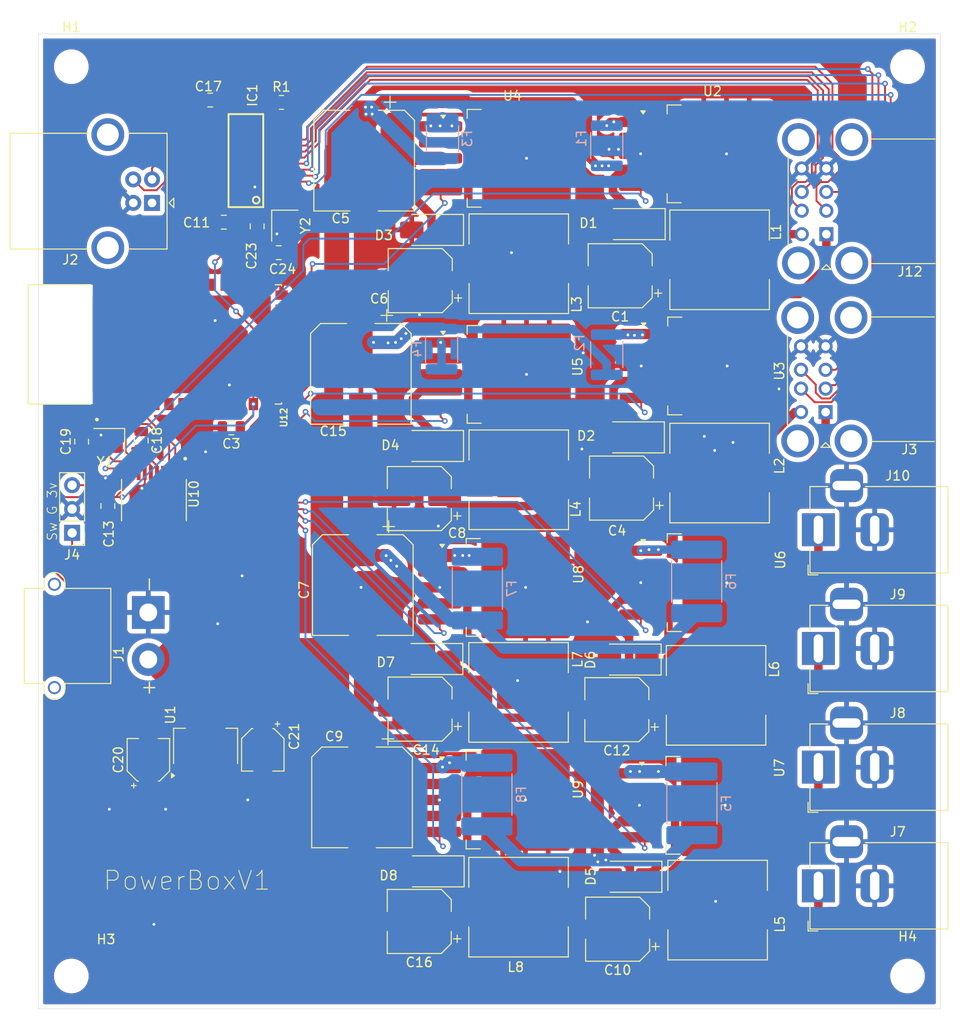
<source format=kicad_pcb>
(kicad_pcb (version 20240108) (generator "pcbnew") (generator_version "8.0")
  (layers (0 "F.Cu" signal) (31 "B.Cu" signal) (34 "B.Paste" user) (35 "F.Paste" user) (36 "B.SilkS" user "B.Silkscreen") (37 "F.SilkS" user "F.Silkscreen") (38 "B.Mask" user) (39 "F.Mask" user) (44 "Edge.Cuts" user))
  (net 0 "")
  (net 2 "Net-(U8-VIN)")
  (net 8 "Net-(U6-VIN)")
  (net 9 "Net-(U7-VIN)")
  (net 10 "Net-(U9-VIN)")
  (net 11 "/FE_OSC1")
  (net 12 "/FE_OSC2")
  (net 14 "Net-(U2-VIN)")
  (net 18 "Net-(U3-VIN)")
  (net 19 "/HM11_RX")
  (net 20 "/HM11_TX")
  (net 21 "GND")
  (net 22 "+12V")
  (net 23 "Net-(D1-K)")
  (net 24 "Net-(D2-K)")
  (net 25 "Net-(D3-K)")
  (net 26 "Net-(D4-K)")
  (net 27 "Net-(D5-K)")
  (net 28 "Net-(D6-K)")
  (net 29 "Net-(D7-K)")
  (net 30 "Net-(D8-K)")
  (net 31 "/S_usb1")
  (net 32 "/S_usb3")
  (net 33 "/S_usb2")
  (net 34 "/S_usb4")
  (net 35 "/S_pow1")
  (net 36 "/S_pow3")
  (net 37 "/S_pow2")
  (net 38 "/S_pow4")
  (net 41 "/up")
  (net 42 "/un")
  (net 43 "/SWIO")
  (net 45 "/3V3")
  (net 46 "/OSC1")
  (net 48 "/OSC2")
  (net 54 "/usbV1")
  (net 55 "/usbV3")
  (net 56 "/usbV2")
  (net 57 "/usbV4")
  (net 58 "/un1")
  (net 59 "/un3")
  (net 60 "/un4")
  (net 61 "/up2")
  (net 62 "/up4")
  (net 63 "/un2")
  (net 64 "/up1")
  (net 65 "/up3")
  (net 66 "/12V3")
  (net 67 "/12V1")
  (net 68 "/12V2")
  (net 69 "/12V4")
  (net 102 "Net-(U4-VIN)")
  (net 103 "Net-(U5-VIN)")
  (net 104 "Net-(IC1-REXT)")
  (footprint "Diode_SMD:D_SMA" (layer "F.Cu") (at 135.542 136.36 180)
    (property "Reference" "D8")
    (property "Value" "5A, 40V Schottky Rectifier, IN5825")
  )
  (footprint "Connector_BarrelJack:BarrelJack_Horizontal" (layer "F.Cu") (at 176.8 125.265 180)
    (property "Reference" "J8")
    (property "Value" "Barrel_Jack_Switch")
  )
  (footprint "Connector_BarrelJack:BarrelJack_Horizontal" (layer "F.Cu") (at 176.8 99.995 180)
    (property "Reference" "J10")
    (property "Value" "Barrel_Jack_Switch")
  )
  (footprint "Capacitor_SMD:CP_Elec_6.3x7.7" (layer "F.Cu") (at 155.324 119.148 180)
    (property "Reference" "C12")
    (property "Value" "220uF")
  )
  (footprint "Connector_BarrelJack:BarrelJack_Horizontal" (layer "F.Cu") (at 176.8 112.63 180)
    (property "Reference" "J9")
    (property "Value" "Barrel_Jack_Switch")
  )
  (footprint "Crystal:Crystal_SMD_2520-4Pin_2.5x2.0mm" (layer "F.Cu") (at 101.233 90.616 180)
    (property "Reference" "Y1")
    (property "Value" "Crystal")
  )
  (footprint "Inductor_SMD:L_10.4x10.4_H4.8" (layer "F.Cu") (at 166.276 71.26)
    (property "Reference" "L1")
    (property "Value" "33uH")
  )
  (footprint "Inductor_SMD:L_10.4x10.4_H4.8" (layer "F.Cu") (at 144.876 94.676)
    (property "Reference" "L4")
    (property "Value" "33uH")
  )
  (footprint "Package_TO_SOT_SMD:SOT-223-3_TabPin2" (layer "F.Cu") (at 111.506 123.038 90)
    (property "Reference" "U1")
    (property "Value" "AMS1117-3.3")
  )
  (footprint "Package_TO_SOT_SMD:TO-263-5_TabPin3" (layer "F.Cu") (at 144.087 128.759)
    (property "Reference" "U9")
    (property "Value" "LM2596S-12")
  )
  (footprint "Package_TO_SOT_SMD:TO-263-5_TabPin3" (layer "F.Cu") (at 165.508 59.977)
    (property "Reference" "U2")
    (property "Value" "LM2596S-5")
  )
  (footprint "MountingHole:MountingHole_3.2mm_M3" (layer "F.Cu") (at 186.3 50.7)
    (property "Reference" "H2")
    (property "Value" "MountingHole")
  )
  (footprint "Diode_SMD:D_SMA" (layer "F.Cu") (at 135.402 113.754 180)
    (property "Reference" "D7")
    (property "Value" "5A, 40V Schottky Rectifier, IN5825")
  )
  (footprint "Connector_USB:USB_B_OST_USB-B1HSxx_Horizontal" (layer "F.Cu") (at 105.8 65.2 180)
    (property "Reference" "J2")
    (property "Value" "USB_B")
  )
  (footprint "Capacitor_SMD:C_0805_2012Metric" (layer "F.Cu") (at 112 54.25 180)
    (property "Reference" "C17")
    (property "Value" "100nF")
  )
  (footprint "Capacitor_SMD:C_0805_2012Metric" (layer "F.Cu") (at 117 67.7 -90)
    (property "Reference" "C23")
    (property "Value" "20p")
  )
  (footprint "Package_TO_SOT_SMD:TO-263-5_TabPin3" (layer "F.Cu") (at 165.576 82.56)
    (property "Reference" "U3")
    (property "Value" "LM2596S-5")
  )
  (footprint "Package_TO_SOT_SMD:TO-263-5_TabPin3" (layer "F.Cu") (at 165.525 105.625)
    (property "Reference" "U6")
    (property "Value" "LM2596S-12")
  )
  (footprint "Inductor_SMD:L_10.4x10.4_H4.8" (layer "F.Cu") (at 166.276 93.96)
    (property "Reference" "L2")
    (property "Value" "33uH")
  )
  (footprint "Capacitor_SMD:C_0805_2012Metric" (layer "F.Cu") (at 119.3 70.5 180)
    (property "Reference" "C24")
    (property "Value" "20p")
  )
  (footprint "fe_usb:FE1.1S_SSOP-28" (layer "F.Cu") (at 115.8 60.7 90)
    (property "Reference" "IC1")
    (property "Value" "FE1.1S")
  )
  (footprint "Package_TO_SOT_SMD:TO-263-5_TabPin3" (layer "F.Cu") (at 165.381 129.327)
    (property "Reference" "U7")
    (property "Value" "LM2596S-12")
  )
  (footprint "Resistor_SMD:R_0805_2012Metric" (layer "F.Cu") (at 119.5875 54.5)
    (property "Reference" "R1")
    (property "Value" "2.7k")
  )
  (footprint "Inductor_SMD:L_10.4x10.4_H4.8" (layer "F.Cu") (at 144.854 140.17)
    (property "Reference" "L8")
    (property "Value" "33uH")
  )
  (footprint "Capacitor_SMD:C_0805_2012Metric" (layer "F.Cu") (at 113.45 67.25 180)
    (property "Reference" "C11")
    (property "Value" "100nF")
  )
  (footprint "Inductor_SMD:L_10.4x10.4_H4.8" (layer "F.Cu") (at 144.854 117.31)
    (property "Reference" "L7")
    (property "Value" "33uH")
  )
  (footprint "Inductor_SMD:L_10.4x10.4_H4.8" (layer "F.Cu") (at 165.898 117.624)
    (property "Reference" "L6")
    (property "Value" "33uH")
  )
  (footprint "Connector_PinHeader_2.54mm:PinHeader_1x03_P2.54mm_Vertical" (layer "F.Cu") (at 97.282 100.33 180)
    (property "Reference" "J4")
    (property "Value" "Conn_01x03_Pin")
  )
  (footprint "Capacitor_SMD:CP_Elec_6.3x7.7" (layer "F.Cu") (at 155.676 72.96 180)
    (property "Reference" "C1")
    (property "Value" "220uF")
  )
  (footprint "Capacitor_SMD:CP_Elec_10x10.5" (layer "F.Cu") (at 128.258 105.88 -90)
    (property "Reference" "C7")
    (property "Value" "680uF")
  )
  (footprint "MountingHole:MountingHole_3.2mm_M3" (layer "F.Cu") (at 97.2 147.5)
    (property "Reference" "H3")
    (property "Value" "MountingHole")
  )
  (footprint "Capacitor_SMD:CP_Elec_6.3x7.7" (layer "F.Cu") (at 134.354 119.088 180)
    (property "Reference" "C14")
    (property "Value" "220uF")
  )
  (footprint "Capacitor_SMD:C_0805_2012Metric" (layer "F.Cu") (at 101.092 97.47 -90)
    (property "Reference" "C13")
    (property "Value" "100nF")
  )
  (footprint "Connector_BarrelJack:BarrelJack_Horizontal" (layer "F.Cu") (at 176.8 137.9 180)
    (property "Reference" "J7")
    (property "Value" "Barrel_Jack_Switch")
  )
  (footprint "Capacitor_SMD:CP_Elec_6.3x7.7" (layer "F.Cu") (at 134.272 141.694 180)
    (property "Reference" "C16")
    (property "Value" "220uF")
  )
  (footprint "Connector_USB:USB_A_CUI_UJ2-ADH-TH_Horizontal_Stacked" (layer "F.Cu") (at 177.646 68.53 180)
    (property "Reference" "J12")
    (property "Value" "USB_A_Stacked")
  )
  (footprint "Capacitor_SMD:CP_Elec_4x4.5" (layer "F.Cu") (at 105.41 124.482 90)
    (property "Reference" "C20")
    (property "Value" "22uF")
  )
  (footprint "Package_TO_SOT_SMD:TO-263-5_TabPin3" (layer "F.Cu") (at 144.201 60.451)
    (property "Reference" "U4")
    (property "Value" "LM2596S-5")
  )
  (footprint "Diode_SMD:D_SMA" (layer "F.Cu") (at 156.876 90.16 180)
    (property "Reference" "D2")
    (property "Value" "5A, 40V Schottky Rectifier, IN5825")
  )
  (footprint "Crystal:Crystal_SMD_2520-4Pin_2.5x2.0mm" (layer "F.Cu") (at 119.95 67.625 -90)
    (property "Reference" "Y2")
    (property "Value" "Crystal")
  )
  (footprint "fe_usb:SOP65P640X121-20N" (layer "F.Cu") (at 106 96.8425 -90)
    (property "Reference" "U10")
    (property "Value" "CH32V003F4P6")
  )
  (footprint "hc5:XCVR_HC-05" (layer "F.Cu") (at 106.425 80.264 90)
    (property "Reference" "U12")
    (property "Value" "HC-05")
  )
  (footprint "Capacitor_SMD:CP_Elec_10x10.5" (layer "F.Cu") (at 128.4 60.7 -90)
    (property "Reference" "C5")
    (property "Value" "680uF")
  )
  (footprint "Capacitor_SMD:C_0805_2012Metric" (layer "F.Cu") (at 104.648 90.49 -90)
    (property "Reference" "C18")
    (property "Value" "27p")
  )
  (footprint "Diode_SMD:D_SMA" (layer "F.Cu") (at 135.476 91.076 180)
    (property "Reference" "D4")
    (property "Value" "5A, 40V Schottky Rectifier, IN5825")
  )
  (footprint "Capacitor_SMD:CP_Elec_4x4.5" (layer "F.Cu") (at 117.602 123.422 -90)
    (property "Reference" "C21")
    (property "Value" "10uF")
  )
  (footprint "Capacitor_SMD:CP_Elec_10x10.5" (layer "F.Cu") (at 128.176 128.486 -90)
    (property "Reference" "C9")
    (property "Value" "680uF")
  )
  (footprint "Diode_SMD:D_SMA" (layer "F.Cu") (at 156.963 67.46 180)
    (property "Reference" "D1")
    (property "Value" "5A, 40V Schottky Rectifier, IN5825")
  )
  (footprint "Diode_SMD:D_SMA" (layer "F.Cu") (at 135.476 68.076 180)
    (property "Reference" "D3")
    (property "Value" "5A, 40V Schottky Rectifier, IN5825")
  )
  (footprint "Capacitor_SMD:CP_Elec_6.3x7.7" (layer "F.Cu") (at 134.376 73.476 180)
    (property "Reference" "C6")
    (property "Value" "220uF")
  )
  (footprint "Capacitor_SMD:C_0805_2012Metric" (layer "F.Cu") (at 114.25 89.154 180)
    (property "Reference" "C3")
    (property "Value" "100nF")
  )
  (footprint "Connector_AMASS:AMASS_XT30PW-M_1x02_P2.50mm_Horizontal" (layer "F.Cu") (at 105.4 108.8 90)
    (property "Reference" "J1")
    (property "Value" "XT30PW-M")
  )
  (footprint "Diode_SMD:D_SMA" (layer "F.Cu") (at 156.614 136.928 180)
    (property "Reference" "D5")
    (property "Value" "5A, 40V Schottky Rectifier, IN5825")
  )
  (footprint "Capacitor_SMD:CP_Elec_6.3x7.7" (layer "F.Cu") (at 155.406 142.516 180)
    (property "Reference" "C10")
    (property "Value" "220uF")
  )
  (footprint "MountingHole:MountingHole_3.2mm_M3" (layer "F.Cu") (at 186.3 147.5)
    (property "Reference" "H4")
    (property "Value" "MountingHole")
  )
  (footprint "Capacitor_SMD:CP_Elec_6.3x7.7" (layer "F.Cu") (at 134.276 96.676 180)
    (property "Reference" "C8")
    (property "Value" "220uF")
  )
  (footprint "Inductor_SMD:L_10.4x10.4_H4.8" (layer "F.Cu") (at 166.066 140.484)
    (property "Reference" "L5")
    (property "Value" "33uH")
  )
  (footprint "Capacitor_SMD:C_0805_2012Metric" (layer "F.Cu") (at 98.298 90.612 90)
    (property "Reference" "C19")
    (property "Value" "27p")
  )
  (footprint "MountingHole:MountingHole_3.2mm_M3" (layer "F.Cu") (at 97.2 50.7)
    (property "Reference" "H1")
    (property "Value" "MountingHole")
  )
  (footprint "Diode_SMD:D_SMA" (layer "F.Cu") (at 156.532 113.814 180)
    (property "Reference" "D6")
    (property "Value" "5A, 40V Schottky Rectifier, IN5825")
  )
  (footprint "Package_TO_SOT_SMD:TO-263-5_TabPin3" (layer "F.Cu") (at 144.201 83.451)
    (property "Reference" "U5")
    (property "Value" "LM2596S-5")
  )
  (footprint "Capacitor_SMD:CP_Elec_10x10.5" (layer "F.Cu") (at 128.05 83.4 -90)
    (property "Reference" "C15")
    (property "Value" "680uF")
  )
  (footprint "Package_TO_SOT_SMD:TO-263-5_TabPin3" (layer "F.Cu") (at 144.103 106.134)
    (property "Reference" "U8")
    (property "Value" "LM2596S-12")
  )
  (footprint "Capacitor_SMD:CP_Elec_6.3x7.7" (layer "F.Cu") (at 155.825 95.56 180)
    (property "Reference" "C4")
    (property "Value" "220uF")
  )
  (footprint "Connector_USB:USB_A_CUI_UJ2-ADH-TH_Horizontal_Stacked" (layer "F.Cu") (at 177.57 87.47 180)
    (property "Reference" "J3")
    (property "Value" "USB_A_Stacked")
  )
  (footprint "Inductor_SMD:L_10.4x10.4_H4.8" (layer "F.Cu") (at 144.876 71.676)
    (property "Reference" "L3")
    (property "Value" "33uH")
  )
  (footprint "Fuse:Fuse_1812_4532Metric" (layer "B.Cu") (at 154.25 59.1125 90)
    (property "Reference" "F1")
    (property "Value" "Polyfuse")
  )
  (footprint "Fuse:Fuse_2920_7451Metric" (layer "B.Cu") (at 140.462 106.2575 90)
    (property "Reference" "F7")
    (property "Value" "Polyfuse")
  )
  (footprint "Fuse:Fuse_1812_4532Metric" (layer "B.Cu") (at 136.652 80.772 -90)
    (property "Reference" "F4")
    (property "Value" "Polyfuse")
  )
  (footprint "Fuse:Fuse_1812_4532Metric" (layer "B.Cu") (at 136.75 58.3625 90)
    (property "Reference" "F3")
    (property "Value" "Polyfuse")
  )
  (footprint "Fuse:Fuse_2920_7451Metric" (layer "B.Cu") (at 141.478 128.1845 90)
    (property "Reference" "F8")
    (property "Value" "Polyfuse")
  )
  (footprint "Fuse:Fuse_2920_7451Metric" (layer "B.Cu") (at 163.322 129.1175 90)
    (property "Reference" "F5")
    (property "Value" "Polyfuse")
  )
  (footprint "Fuse:Fuse_2920_7451Metric" (layer "B.Cu") (at 163.83 105.4955 90)
    (property "Reference" "F6")
    (property "Value" "Polyfuse")
  )
  (footprint "Fuse:Fuse_1812_4532Metric" (layer "B.Cu") (at 154.25 81.3625 90)
    (property "Reference" "F2")
    (property "Value" "Polyfuse")
  )
  (gr_line (start 93.7 47.2) (end 93.7 151) (stroke (width 0.05)) (layer "Edge.Cuts"))
  (gr_line (start 93.7 151) (end 189.8 151) (stroke (width 0.05)) (layer "Edge.Cuts"))
  (gr_line (start 189.8 47.2) (end 93.7 47.2) (stroke (width 0.05)) (layer "Edge.Cuts"))
  (gr_line (start 189.8 151) (end 189.8 47.2) (stroke (width 0.05)) (layer "Edge.Cuts"))
  (gr_text "PowerBoxV1" (at 100.5 138.5 0) (layer "F.SilkS") (effects (font (size 2 2) (thickness 0.1)) (justify left bottom)))
  (gr_text "Sw G 3v" (at 95.75 101.25 90) (layer "F.SilkS") (effects (font (size 1 1) (thickness 0.1)) (justify left bottom)))
  (segment (start 139.584 102.734) (end 139.6 102.75) (width 1.4) (layer "F.Cu") (net 2))
  (segment (start 136.453 102.734) (end 138.05 102.734) (width 1.4) (layer "F.Cu") (net 2))
  (segment (start 138.9 102.734) (end 139.584 102.734) (width 1.4) (layer "F.Cu") (net 2))
  (segment (start 138.05 102.734) (end 138.9 102.734) (width 1.4) (layer "F.Cu") (net 2))
  (via (at 139.584 102.734) (size 0.6) (drill 0.3) (layers "F.Cu" "B.Cu") (net 2))
  (via (at 138.9 102.734) (size 0.6) (drill 0.3) (layers "F.Cu" "B.Cu") (net 2))
  (via (at 138.05 102.734) (size 0.6) (drill 0.3) (layers "F.Cu" "B.Cu") (net 2))
  (via (at 158.75 102.108) (size 0.6) (drill 0.3) (layers "F.Cu" "B.Cu") (net 8))
  (via (at 159.75 102.108) (size 0.6) (drill 0.3) (layers "F.Cu" "B.Cu") (net 8))
  (via (at 157.875 102.225) (size 0.6) (drill 0.3) (layers "F.Cu" "B.Cu") (net 8))
  (segment (start 163.83 102.108) (end 159.75 102.108) (width 0.9) (layer "B.Cu") (net 8))
  (segment (start 157.992 102.108) (end 157.875 102.225) (width 0.9) (layer "B.Cu") (net 8))
  (segment (start 158.75 102.108) (end 157.992 102.108) (width 0.9) (layer "B.Cu") (net 8))
  (segment (start 159.75 102.108) (end 158.75 102.108) (width 0.9) (layer "B.Cu") (net 8))
  (via (at 159.75 125.73) (size 0.6) (drill 0.3) (layers "F.Cu" "B.Cu") (net 9))
  (via (at 157.75 125.73) (size 0.6) (drill 0.3) (layers "F.Cu" "B.Cu") (net 9))
  (via (at 156.77 125.73) (size 0.6) (drill 0.3) (layers "F.Cu" "B.Cu") (net 9))
  (segment (start 159.75 125.73) (end 157.75 125.73) (width 1.4) (layer "B.Cu") (net 9))
  (segment (start 157.75 125.73) (end 156.77 125.73) (width 1.4) (layer "B.Cu") (net 9))
  (segment (start 163.322 125.73) (end 159.75 125.73) (width 1.4) (layer "B.Cu") (net 9))
  (segment (start 156.75 125.75) (end 156.77 125.73) (width 1.4) (layer "B.Cu") (net 9))
  (via (at 137.5 124.797) (size 0.6) (drill 0.3) (layers "F.Cu" "B.Cu") (net 10))
  (via (at 136.75 125.25) (size 0.6) (drill 0.3) (layers "F.Cu" "B.Cu") (net 10))
  (segment (start 141.478 124.797) (end 137.5 124.797) (width 1.4) (layer "B.Cu") (net 10))
  (segment (start 137.203 124.797) (end 136.75 125.25) (width 1.4) (layer "B.Cu") (net 10))
  (segment (start 137.5 124.797) (end 137.203 124.797) (width 1.4) (layer "B.Cu") (net 10))
  (segment (start 119.55 66.3) (end 119.55 64.32) (width 0.2) (layer "F.Cu") (net 11))
  (segment (start 119.1 66.75) (end 119.55 66.3) (width 0.2) (layer "F.Cu") (net 11))
  (segment (start 117 66.75) (end 119.1 66.75) (width 0.2) (layer "F.Cu") (net 11))
  (segment (start 119.45 64.22) (end 118.5 64.22) (width 0.2) (layer "F.Cu") (net 11))
  (segment (start 119.55 64.32) (end 119.45 64.22) (width 0.2) (layer "F.Cu") (net 11))
  (segment (start 121 68.5) (end 120.65 68.5) (width 0.2) (layer "F.Cu") (net 12))
  (segment (start 120.5 68.5) (end 120.5 70.25) (width 0.2) (layer "F.Cu") (net 12))
  (segment (start 121.5 64.75) (end 121.5 68) (width 0.2) (layer "F.Cu") (net 12))
  (segment (start 120.33 63.58) (end 121.5 64.75) (width 0.2) (layer "F.Cu") (net 12))
  (segment (start 118.5 63.58) (end 120.33 63.58) (width 0.2) (layer "F.Cu") (net 12))
  (segment (start 120.5 70.25) (end 120.25 70.5) (width 0.2) (layer "F.Cu") (net 12))
  (segment (start 121.5 68) (end 121 68.5) (width 0.2) (layer "F.Cu") (net 12))
  (segment (start 154.648 56.577) (end 154.25 56.975) (width 0.9) (layer "F.Cu") (net 14))
  (segment (start 155 56.577) (end 154.648 56.577) (width 0.9) (layer "F.Cu") (net 14))
  (segment (start 157.858 56.577) (end 155 56.577) (width 0.9) (layer "F.Cu") (net 14))
  (via (at 155 56.577) (size 0.6) (drill 0.3) (layers "F.Cu" "B.Cu") (net 14))
  (via (at 154.25 56.975) (size 0.6) (drill 0.3) (layers "F.Cu" "B.Cu") (net 14))
  (via (at 158.05 79.25) (size 0.6) (drill 0.3) (layers "F.Cu" "B.Cu") (net 18))
  (via (at 157.2 79.3) (size 0.6) (drill 0.3) (layers "F.Cu" "B.Cu") (net 18))
  (via (at 156.5 79.25) (size 0.6) (drill 0.3) (layers "F.Cu" "B.Cu") (net 18))
  (segment (start 154.25 79.225) (end 156.75 79.225) (width 0.9) (layer "B.Cu") (net 18))
  (segment (start 157.861 79.225) (end 157.926 79.16) (width 0.9) (layer "B.Cu") (net 18))
  (segment (start 157.25 79.225) (end 157.861 79.225) (width 0.9) (layer "B.Cu") (net 18))
  (segment (start 156.75 79.225) (end 157.25 79.225) (width 0.9) (layer "B.Cu") (net 18))
  (segment (start 108.275 93.9475) (end 108.275 91.09157) (width 0.2) (layer "F.Cu") (net 19))
  (segment (start 108.275 91.09157) (end 104.74743 87.564) (width 0.2) (layer "F.Cu") (net 19))
  (segment (start 102.4 87.564) (end 101.6 86.764) (width 0.2) (layer "F.Cu") (net 19))
  (segment (start 104.74743 87.564) (end 102.4 87.564) (width 0.2) (layer "F.Cu") (net 19))
  (segment (start 101.6 86.764) (end 101.6 86.614) (width 0.2) (layer "F.Cu") (net 19))
  (segment (start 100.1 86.614) (end 100.1 86.764) (width 0.2) (layer "F.Cu") (net 20))
  (segment (start 107.625 91.007256) (end 107.625 93.9475) (width 0.2) (layer "F.Cu") (net 20))
  (segment (start 102.076 88.74) (end 105.357744 88.74) (width 0.2) (layer "F.Cu") (net 20))
  (segment (start 105.357744 88.74) (end 107.625 91.007256) (width 0.2) (layer "F.Cu") (net 20))
  (segment (start 100.1 86.764) (end 102.076 88.74) (width 0.2) (layer "F.Cu") (net 20))
  (segment (start 120.5 67.525) (end 120.5 66.75) (width 0.2) (layer "F.Cu") (net 21))
  (segment (start 119.1 68.5) (end 119.1 67.725) (width 0.2) (layer "F.Cu") (net 21))
  (segment (start 116.5 64.75) (end 116.61 64.86) (width 0.2) (layer "F.Cu") (net 21))
  (segment (start 113.3 89.9) (end 111.506 91.694) (width 0.2) (layer "F.Cu") (net 21))
  (segment (start 100.358 89.916) (end 100.584 89.916) (width 0.2) (layer "F.Cu") (net 21))
  (segment (start 119.1 67.725) (end 119.2 67.625) (width 0.2) (layer "F.Cu") (net 21))
  (segment (start 100.584 89.916) (end 101.984 91.316) (width 0.2) (layer "F.Cu") (net 21))
  (segment (start 113.3 89.154) (end 113.3 89.9) (width 0.2) (layer "F.Cu") (net 21))
  (segment (start 120.4 67.625) (end 120.5 67.525) (width 0.2) (layer "F.Cu") (net 21))
  (segment (start 105.7 122.682) (end 109.206 126.188) (width 0.9) (layer "F.Cu") (net 21))
  (segment (start 105.025 93.9475) (end 105.025 95.28424) (width 0.2) (layer "F.Cu") (net 21))
  (segment (start 119.2 67.625) (end 120.4 67.625) (width 0.2) (layer "F.Cu") (net 21))
  (segment (start 136.551 60.451) (end 132.849 60.451) (width 1.4) (layer "F.Cu") (net 21))
  (segment (start 132.849 60.451) (end 128.4 64.9) (width 1.4) (layer "F.Cu") (net 21))
  (segment (start 105.41 122.682) (end 105.7 122.682) (width 0.9) (layer "F.Cu") (net 21))
  (segment (start 105.025 95.28424) (end 104.72662 95.58262) (width 0.2) (layer "F.Cu") (net 21))
  (segment (start 118.5 64.86) (end 116.61 64.86) (width 0.2) (layer "F.Cu") (net 21))
  (via (at 100.838 94.488) (size 0.6) (drill 0.3) (layers "F.Cu" "B.Cu") (net 21))
  (via (at 172.6 85) (size 0.6) (drill 0.3) (layers "F.Cu" "B.Cu") (net 21))
  (via (at 106.172 91.44) (size 0.6) (drill 0.3) (layers "F.Cu" "B.Cu") (net 21))
  (via (at 167.008 59.977) (size 0.6) (drill 0.3) (layers "F.Cu" "B.Cu") (net 21))
  (via (at 151.734283 81.165717) (size 0.6) (drill 0.3) (layers "F.Cu" "B.Cu") (net 21))
  (via (at 112.522 77.724) (size 0.6) (drill 0.3) (layers "F.Cu" "B.Cu") (net 21))
  (via (at 112.8 110) (size 0.6) (drill 0.3) (layers "F.Cu" "B.Cu") (net 21))
  (via (at 101.25 129.75) (size 0.6) (drill 0.3) (layers "F.Cu" "B.Cu") (net 21))
  (via (at 157.875 105.625) (size 0.6) (drill 0.3) (layers "F.Cu" "B.Cu") (net 21))
  (via (at 144.75 116.05) (size 0.6) (drill 0.3) (layers "F.Cu" "B.Cu") (net 21))
  (via (at 145.701 83.451) (size 0.6) (drill 0.3) (layers "F.Cu" "B.Cu") (net 21))
  (via (at 116 128.75) (size 0.6) (drill 0.3) (layers "F.Cu" "B.Cu") (net 21))
  (via (at 136.437 128.759) (size 0.6) (drill 0.3) (layers "F.Cu" "B.Cu") (net 21))
  (via (at 149.257871 136.378) (size 0.6) (drill 0.3) (layers "F.Cu" "B.Cu") (net 21))
  (via (at 145.603 106.134) (size 0.6) (drill 0.3) (layers "F.Cu" "B.Cu") (net 21))
  (via (at 136.3 99.6) (size 0.6) (drill 0.3) (layers "F.Cu" "B.Cu") (net 21))
  (via (at 106 142) (size 0.6) (drill 0.3) (layers "F.Cu" "B.Cu") (net 21))
  (via (at 144.1 70.5) (size 0.6) (drill 0.3) (layers "F.Cu" "B.Cu") (net 21))
  (via (at 167.025 105.625) (size 0.6) (drill 0.3) (layers "F.Cu" "B.Cu") (net 21))
  (via (at 165.75 91.55) (size 0.6) (drill 0.3) (layers "F.Cu" "B.Cu") (net 21))
  (via (at 115.4 104.9) (size 0.6) (drill 0.3) (layers "F.Cu" "B.Cu") (net 21))
  (via (at 155.5 59.5) (size 0.6) (drill 0.3) (layers "F.Cu" "B.Cu") (net 21))
  (via (at 107.25 129.75) (size 0.6) (drill 0.3) (layers "F.Cu" "B.Cu") (net 21))
  (via (at 116.75 63.5) (size 0.6) (drill 0.3) (layers "F.Cu" "B.Cu") (net 21))
  (via (at 157.858 59.977) (size 0.6) (drill 0.3) (layers "F.Cu" "B.Cu") (net 21))
  (via (at 145.701 60.451) (size 0.6) (drill 0.3) (layers "F.Cu" "B.Cu") (net 21))
  (via (at 151.6 91.4) (size 0.6) (drill 0.3) (layers "F.Cu" "B.Cu") (net 21))
  (via (at 111.506 91.694) (size 0.6) (drill 0.3) (layers "F.Cu" "B.Cu") (net 21))
  (via (at 145.587 128.759) (size 0.6) (drill 0.3) (layers "F.Cu" "B.Cu") (net 21))
  (via (at 128.07038 106.12962) (size 0.6) (drill 0.3) (layers "F.Cu" "B.Cu") (net 21))
  (via (at 157.731 129.327) (size 0.6) (drill 0.3) (layers "F.Cu" "B.Cu") (net 21))
  (via (at 119.1 68.5) (size 0.6) (drill 0.3) (layers "F.Cu" "B.Cu") (net 21))
  (via (at 100.358 89.916) (size 0.6) (drill 0.3) (layers "F.Cu" "B.Cu") (net 21))
  (via (at 154.5 59.5) (size 0.6) (drill 0.3) (layers "F.Cu" "B.Cu") (net 21))
  (via (at 167.7 90.7) (size 0.6) (drill 0.3) (layers "F.Cu" "B.Cu") (net 21))
  (via (at 134.3 77.1) (size 0.6) (drill 0.3) (layers "F.Cu" "B.Cu") (net 21))
  (via (at 165.85 139.55) (size 0.6) (drill 0.3) (layers "F.Cu" "B.Cu") (net 21))
  (via (at 104.72662 95.58262) (size 0.6) (drill 0.3) (layers "F.Cu" "B.Cu") (net 21))
  (via (at 157.926 82.56) (size 0.6) (drill 0.3) (layers "F.Cu" "B.Cu") (net 21))
  (via (at 166.881 129.327) (size 0.6) (drill 0.3) (layers "F.Cu" "B.Cu") (net 21))
  (via (at 167.076 82.56) (size 0.6) (drill 0.3) (layers "F.Cu" "B.Cu") (net 21))
  (via (at 164.65 90.05) (size 0.6) (drill 0.3) (layers "F.Cu" "B.Cu") (net 21))
  (via (at 172.75 83.25) (size 0.6) (drill 0.3) (layers "F.Cu" "B.Cu") (net 21))
  (via (at 114.046 84.582) (size 0.6) (drill 0.3) (layers "F.Cu" "B.Cu") (net 21))
  (via (at 152.2 109.8) (size 0.6) (drill 0.3) (layers "F.Cu" "B.Cu") (net 21))
  (via (at 136.453 106.134) (size 0.6) (drill 0.3) (layers "F.Cu" "B.Cu") (net 21))
  (segment (start 125.15 81.65) (end 127.15 79.65) (width 2) (layer "F.Cu") (net 22))
  (segment (start 129.312 102.734) (end 129.8 102.734) (width 1.4) (layer "F.Cu") (net 22))
  (segment (start 128.4 56.5) (end 129.2 56.5) (width 1.4) (layer "F.Cu") (net 22))
  (segment (start 125.15 101.7) (end 126.8 101.7) (width 2) (layer "F.Cu") (net 22))
  (segment (start 125.15 82) (end 125.15 81.65) (width 2) (layer "F.Cu") (net 22))
  (segment (start 128.258 101.68) (end 129.312 102.734) (width 1.4) (layer "F.Cu") (net 22))
  (segment (start 123.698 118.11) (end 123.698 119.888) (width 2) (layer "F.Cu") (net 22))
  (segment (start 107.188 113.8) (end 117.69 113.8) (width 2) (layer "F.Cu") (net 22))
  (segment (start 125.808 116.332) (end 125.808 118.11) (width 2) (layer "F.Cu") (net 22))
  (segment (start 153.25 61.25) (end 153.75 61.25) (width 0.9) (layer "F.Cu") (net 22))
  (segment (start 124.46 102.39) (end 123.698 101.628) (width 2) (layer "F.Cu") (net 22))
  (segment (start 125.808 104.13) (end 128.258 101.68) (width 2) (layer "F.Cu") (net 22))
  (segment (start 125.808 119.126) (end 125.808 121.666) (width 2) (layer "F.Cu") (net 22))
  (segment (start 125.15 101.7) (end 125.15 99.2) (width 2) (layer "F.Cu") (net 22))
  (segment (start 125.476 121.666) (end 123.698 119.888) (width 2) (layer "F.Cu") (net 22))
  (segment (start 123.698 117.094) (end 123.698 118.11) (width 2) (layer "F.Cu") (net 22))
  (segment (start 126.8 101.7) (end 127.539 100.961) (width 2) (layer "F.Cu") (net 22))
  (segment (start 153.25 134.878) (end 153.5 135.128) (width 1.4) (layer "F.Cu") (net 22))
  (segment (start 126.35 77.95) (end 126.35 58.55) (width 0.9) (layer "F.Cu") (net 22))
  (segment (start 129.3 80.051) (end 129.4 80.051) (width 1.4) (layer "F.Cu") (net 22))
  (segment (start 128.451 80.051) (end 129.3 80.051) (width 1.4) (layer "F.Cu") (net 22))
  (segment (start 128.4 56.5) (end 127.5 55.6) (width 1.4) (layer "F.Cu") (net 22))
  (segment (start 107.188 113.284) (end 107.95 112.522) (width 2) (layer "F.Cu") (net 22))
  (segment (start 125.436 123.658) (end 125.726 123.658) (width 2) (layer "F.Cu") (net 22))
  (segment (start 125.808 106) (end 125.808 104.13) (width 2) (layer "F.Cu") (net 22))
  (segment (start 125.808 121.918) (end 128.176 124.286) (width 2) (layer "F.Cu") (net 22))
  (segment (start 125.808 118.11) (end 123.698 118.11) (width 2) (layer "F.Cu") (net 22))
  (segment (start 123.698 86.640478) (end 123.965239 86.373239) (width 2) (layer "F.Cu") (net 22))
  (segment (start 122.8 113.8) (end 124.508 113.8) (width 2) (layer "F.Cu") (net 22))
  (segment (start 105.4 113.8) (end 107.17 115.57) (width 2) (layer "F.Cu") (net 22))
  (segment (start 153.25 125.188726) (end 153.25 134.878) (width 1.4) (layer "F.Cu") (net 22))
  (segment (start 125.3 112.522) (end 125.3 111.838) (width 2) (layer "F.Cu") (net 22))
  (segment (start 129.2 55.7) (end 130.499 54.401) (width 1.4) (layer "F.Cu") (net 22))
  (segment (start 125.808 112.014) (end 125.808 109.9) (width 2) (layer "F.Cu") (net 22))
  (segment (start 125.15 82) (end 125.15 77.6) (width 2) (layer "F.Cu") (net 22))
  (segment (start 123.698 115.57) (end 125.046 115.57) (width 2) (layer "F.Cu") (net 22))
  (segment (start 125.778 99.2) (end 127.539 100.961) (width 2) (layer "F.Cu") (net 22))
  (segment (start 125.7 99.122) (end 125.7 81.1) (width 0.9) (layer "F.Cu") (net 22))
  (segment (start 123.698 94.742) (end 125.15 93.29) (width 2) (layer "F.Cu") (net 22))
  (segment (start 107.188 113.8) (end 107.188 113.284) (width 2) (layer "F.Cu") (net 22))
  (segment (start 125.15 99.2) (end 125.778 99.2) (width 2) (layer "F.Cu") (net 22))
  (segment (start 130.75 102.75) (end 131.85 103.85) (width 1.4) (layer "F.Cu") (net 22))
  (segment (start 107.17 115.57) (end 123.698 115.57) (width 2) (layer "F.Cu") (net 22))
  (segment (start 130.499 54.401) (end 139.201 54.401) (width 1.4) (layer "F.Cu") (net 22))
  (segment (start 125.808 121.666) (end 125.808 121.918) (width 2) (layer "F.Cu") (net 22))
  (segment (start 153.75 61.25) (end 154.25 61.25) (width 0.9) (layer "F.Cu") (net 22))
  (segment (start 127.5 55.5) (end 125.15 57.85) (width 1.4) (layer "F.Cu") (net 22))
  (segment (start 123.698 115.57) (end 123.698 117.094) (width 2) (layer "F.Cu") (net 22))
  (segment (start 128.176 124.286) (end 130.003 122.459) (width 1.4) (layer "F.Cu") (net 22))
  (segment (start 125.808 112.637538) (end 125.808 112.014) (width 2) (layer "F.Cu") (net 22))
  (segment (start 122.8 113.8) (end 125.1 113.8) (width 2) (layer "F.Cu") (net 22))
  (segment (start 125.15 77.6) (end 126 77.6) (width 2) (layer "F.Cu") (net 22))
  (segment (start 123.698 101.628) (end 123.698 94.742) (width 2) (layer "F.Cu") (net 22))
  (segment (start 123.698 121.92) (end 125.436 123.658) (width 2) (layer "F.Cu") (net 22))
  (segment (start 128.4 56.5) (end 128.95 55.95) (width 1.4) (layer "F.Cu") (net 22))
  (segment (start 124.46 102.39) (end 125.15 101.7) (width 2) (layer "F.Cu") (net 22))
  (segment (start 127.6 79.2) (end 128.451 80.051) (width 1.4) (layer "F.Cu") (net 22))
  (segment (start 127.539 100.961) (end 128.258 101.68) (width 2) (layer "F.Cu") (net 22))
  (segment (start 125.3 111.838) (end 124.46 110.998) (width 2) (layer "F.Cu") (net 22))
  (segment (start 139.201 54.401) (end 150.53072 54.401) (width 0.9) (layer "F.Cu") (net 22))
  (segment (start 125.808 106) (end 125.15 105.342) (width 2) (layer "F.Cu") (net 22))
  (segment (start 125.808 115.1) (end 125.808 116.332) (width 2) (layer "F.Cu") (net 22))
  (segment (start 125.15 77.6) (end 125.15 59.75) (width 2) (layer "F.Cu") (net 22))
  (segment (start 127.5 55.6) (end 127.5 55.5) (width 1.4) (layer "F.Cu") (net 22))
  (segment (start 128.95 55.95) (end 129.075 55.825) (width 1.4) (layer "F.Cu") (net 22))
  (segment (start 131.899 80.051) (end 132.85 79.1) (width 1.4) (layer "F.Cu") (net 22))
  (segment (start 120.266 124.286) (end 117.602 121.622) (width 0.9) (layer "F.Cu") (net 22))
  (segment (start 128.258 101.68) (end 125.7 99.122) (width 0.9) (layer "F.Cu") (net 22))
  (segment (start 125.808 116.332) (end 124.46 116.332) (width 2) (layer "F.Cu") (net 22))
  (segment (start 128.176 124.286) (end 120.266 124.286) (width 0.9) (layer "F.Cu") (net 22))
  (segment (start 128.4 56.5) (end 126.35 58.55) (width 1.4) (layer "F.Cu") (net 22))
  (segment (start 125.15 57.85) (end 125.15 59.75) (width 1.4) (layer "F.Cu") (net 22))
  (segment (start 152.25 56.12028) (end 152.25 60.25) (width 0.9) (layer "F.Cu") (net 22))
  (segment (start 150.520274 122.459) (end 153.25 125.188726) (width 1.4) (layer "F.Cu") (net 22))
  (segment (start 113.806 125.418) (end 113.806 126.188) (width 0.9) (layer "F.Cu") (net 22))
  (segment (start 126 77.6) (end 127.6 79.2) (width 2) (layer "F.Cu") (net 22))
  (segment (start 125.808 109.9) (end 125.808 115.1) (width 2) (layer "F.Cu") (net 22))
  (segment (start 117.69 113.8) (end 122.8 113.8) (width 2) (layer "F.Cu") (net 22))
  (segment (start 123.698 94.742) (end 123.698 86.640478) (width 2) (layer "F.Cu") (net 22))
  (segment (start 124.508 113.8) (end 125.808 115.1) (width 2) (layer "F.Cu") (net 22))
  (segment (start 125.1 113.345538) (end 125.808 112.637538) (width 2) (layer "F.Cu") (net 22))
  (segment (start 125.7 81.1) (end 127.6 79.2) (width 0.9) (layer "F.Cu") (net 22))
  (segment (start 150.53072 54.401) (end 152.25 56.12028) (width 0.9) (layer "F.Cu") (net 22))
  (segment (start 117.602 121.622) (end 113.806 125.418) (width 0.9) (layer "F.Cu") (net 22))
  (segment (start 126.358 122.468) (end 128.176 124.286) (width 0.9) (layer "F.Cu") (net 22))
  (segment (start 130.003 122.459) (end 150.520274 122.459) (width 1.4) (layer "F.Cu") (net 22))
  (segment (start 124.46 119.126) (end 123.698 119.888) (width 2) (layer "F.Cu") (net 22))
  (segment (start 125.808 118.11) (end 125.808 119.126) (width 2) (layer "F.Cu") (net 22))
  (segment (start 128.258 101.68) (end 126.358 103.58) (width 0.9) (layer "F.Cu") (net 22))
  (segment (start 152.25 60.25) (end 153.25 61.25) (width 0.9) (layer "F.Cu") (net 22))
  (segment (start 129.3 80.051) (end 131.899 80.051) (width 1.4) (layer "F.Cu") (net 22))
  (segment (start 125.1 113.8) (end 125.1 113.345538) (width 2) (layer "F.Cu") (net 22))
  (segment (start 105.4 113.8) (end 107.188 113.8) (width 2) (layer "F.Cu") (net 22))
  (segment (start 125.3 112.522) (end 125.808 112.014) (width 2) (layer "F.Cu") (net 22))
  (segment (start 127.6 79.2) (end 126.35 77.95) (width 0.9) (layer "F.Cu") (net 22))
  (segment (start 125.808 109.9) (end 125.808 106) (width 2) (layer "F.Cu") (net 22))
  (segment (start 127.6 79.2) (end 127.15 79.65) (width 1.4) (layer "F.Cu") (net 22))
  (segment (start 130.734 102.734) (end 130.408 102.734) (width 1.4) (layer "F.Cu") (net 22))
  (segment (start 124.46 110.998) (end 124.46 102.39) (width 2) (layer "F.Cu") (net 22))
  (segment (start 125.15 99.2) (end 125.15 82) (width 2) (layer "F.Cu") (net 22))
  (segment (start 107.95 112.522) (end 125.3 112.522) (width 2) (layer "F.Cu") (net 22))
  (segment (start 125.808 119.126) (end 124.46 119.126) (width 2) (layer "F.Cu") (net 22))
  (segment (start 125.15 105.342) (end 125.15 101.7) (width 2) (layer "F.Cu") (net 22))
  (segment (start 125.046 115.57) (end 125.808 116.332) (width 2) (layer "F.Cu") (net 22))
  (segment (start 130.75 102.75) (end 130.734 102.734) (width 1.4) (layer "F.Cu") (net 22))
  (segment (start 124.46 116.332) (end 123.698 117.094) (width 2) (layer "F.Cu") (net 22))
  (segment (start 123.698 119.888) (end 123.698 121.92) (width 2) (layer "F.Cu") (net 22))
  (segment (start 129.075 55.825) (end 129.2 55.7) (width 1.4) (layer "F.Cu") (net 22))
  (segment (start 125.808 121.666) (end 125.476 121.666) (width 2) (layer "F.Cu") (net 22))
  (via (at 130.75 102.75) (size 0.6) (drill 0.3) (layers "F.Cu" "B.Cu") (net 22))
  (via (at 154.15 135.15) (size 0.6) (drill 0.3) (layers "F.Cu" "B.Cu") (net 22))
  (via (at 130.95 80.1) (size 0.6) (drill 0.3) (layers "F.Cu" "B.Cu") (net 22))
  (via (at 128.6 55.75) (size 0.6) (drill 0.3) (layers "F.Cu" "B.Cu") (net 22))
  (via (at 131.75 80.051) (size 0.6) (drill 0.3) (layers "F.Cu" "B.Cu") (net 22))
  (via (at 153.3 135.35) (size 0.6) (drill 0.3) (layers "F.Cu" "B.Cu") (net 22))
  (via (at 153.75 61.25) (size 0.6) (drill 0.3) (layers "F.Cu" "B.Cu") (net 22))
  (via (at 129.2 55) (size 0.6) (drill 0.3) (layers "F.Cu" "B.Cu") (net 22))
  (via (at 153.05 61.25) (size 0.6) (drill 0.3) (layers "F.Cu" "B.Cu") (net 22))
  (via (at 154.45 61.25) (size 0.6) (drill 0.3) (layers "F.Cu" "B.Cu") (net 22))
  (via (at 152.95 134.65) (size 0.6) (drill 0.3) (layers "F.Cu" "B.Cu") (net 22))
  (via (at 128.55 55) (size 0.6) (drill 0.3) (layers "F.Cu" "B.Cu") (net 22))
  (via (at 129.25 55.75) (size 0.6) (drill 0.3) (layers "F.Cu" "B.Cu") (net 22))
  (via (at 129.4 80.051) (size 0.6) (drill 0.3) (layers "F.Cu" "B.Cu") (net 22))
  (via (at 131.875 103.875) (size 0.6) (drill 0.3) (layers "F.Cu" "B.Cu") (net 22))
  (via (at 132.35 79.65) (size 0.6) (drill 0.3) (layers "F.Cu" "B.Cu") (net 22))
  (via (at 132.85 79.1) (size 0.6) (drill 0.3) (layers "F.Cu" "B.Cu") (net 22))
  (via (at 131.25 103.25) (size 0.6) (drill 0.3) (layers "F.Cu" "B.Cu") (net 22))
  (segment (start 150.61728 78.6345) (end 154.25 82.26722) (width 0.9) (layer "B.Cu") (net 22))
  (segment (start 132.625 79.375) (end 132.25 79.75) (width 1.4) (layer "B.Cu") (net 22))
  (segment (start 133.3655 78.6345) (end 132.625 79.375) (width 1.4) (layer "B.Cu") (net 22))
  (segment (start 143.317 112.5) (end 140.462 109.645) (width 1.4) (layer "B.Cu") (net 22))
  (segment (start 154 135.128) (end 160.699 135.128) (width 1.4) (layer "B.Cu") (net 22))
  (segment (start 163.83 108.883) (end 160.213 112.5) (width 1.4) (layer "B.Cu") (net 22))
  (segment (start 131 80.051) (end 129.4 80.051) (width 1.4) (layer "B.Cu") (net 22))
  (segment (start 137.645 109.645) (end 131.875 103.875) (width 1.4) (layer "B.Cu") (net 22))
  (segment (start 145.034 135.128) (end 141.478 131.572) (width 1.4) (layer "B.Cu") (net 22))
  (segment (start 160.213 112.5) (end 143.317 112.5) (width 1.4) (layer "B.Cu") (net 22))
  (segment (start 153.5 135.128) (end 154 135.128) (width 1.4) (layer "B.Cu") (net 22))
  (segment (start 132.25 79.75) (end 131.949 80.051) (width 1.4) (layer "B.Cu") (net 22))
  (segment (start 134.5 60.5) (end 136.75 60.5) (width 1.4) (layer "B.Cu") (net 22))
  (segment (start 140.462 109.645) (end 137.645 109.645) (width 1.4) (layer "B.Cu") (net 22))
  (segment (start 160.699 135.128) (end 163.322 132.505) (width 1.4) (layer "B.Cu") (net 22))
  (segment (start 131.75 80.051) (end 131 80.051) (width 1.4) (layer "B.Cu") (net 22))
  (segment (start 136.652 78.6345) (end 133.3655 78.6345) (width 1.4) (layer "B.Cu") (net 22))
  (segment (start 154.25 82.26722) (end 154.25 83.5) (width 0.9) (layer "B.Cu") (net 22))
  (segment (start 131.25 103.25) (end 130.75 102.75) (width 1.4) (layer "B.Cu") (net 22))
  (segment (start 154 135.128) (end 145.034 135.128) (width 1.4) (layer "B.Cu") (net 22))
  (segment (start 136.652 78.6345) (end 150.61728 78.6345) (width 0.9) (layer "B.Cu") (net 22))
  (segment (start 129.125 55.125) (end 134.5 60.5) (width 1.4) (layer "B.Cu") (net 22))
  (segment (start 131.949 80.051) (end 131.75 80.051) (width 1.4) (layer "B.Cu") (net 22))
  (segment (start 131.875 103.875) (end 131.25 103.25) (width 1.4) (layer "B.Cu") (net 22))
  (segment (start 129 55) (end 129.125 55.125) (width 1.4) (layer "B.Cu") (net 22))
  (segment (start 162.126 70.623) (end 158.963 67.46) (width 0.9) (layer "F.Cu") (net 23))
  (segment (start 160.808 65.615) (end 160.808 58.927) (width 0.9) (layer "F.Cu") (net 23))
  (segment (start 160.808 58.927) (end 160.158 58.277) (width 0.9) (layer "F.Cu") (net 23))
  (segment (start 160.158 58.277) (end 157.858 58.277) (width 0.9) (layer "F.Cu") (net 23))
  (segment (start 158.963 67.46) (end 160.808 65.615) (width 0.9) (layer "F.Cu") (net 23))
  (segment (start 162.126 71.26) (end 162.126 70.623) (width 0.9) (layer "F.Cu") (net 23))
  (segment (start 160.3 80.86) (end 157.926 80.86) (width 0.9) (layer "F.Cu") (net 24))
  (segment (start 160.876 88.16) (end 160.876 81.436) (width 0.9) (layer "F.Cu") (net 24))
  (segment (start 160.876 81.436) (end 160.3 80.86) (width 0.9) (layer "F.Cu") (net 24))
  (segment (start 158.876 90.16) (end 160.876 88.16) (width 0.9) (layer "F.Cu") (net 24))
  (segment (start 162.126 93.96) (end 162.126 93.41) (width 0.9) (layer "F.Cu") (net 24))
  (segment (start 162.126 93.41) (end 158.876 90.16) (width 0.9) (layer "F.Cu") (net 24))
  (segment (start 139.501 66.051) (end 139.501 59.77128) (width 0.9) (layer "F.Cu") (net 25))
  (segment (start 137.476 68.076) (end 139.501 66.051) (width 0.9) (layer "F.Cu") (net 25))
  (segment (start 140.726 71.326) (end 137.476 68.076) (width 0.9) (layer "F.Cu") (net 25))
  (segment (start 138.48072 58.751) (end 136.551 58.751) (width 0.9) (layer "F.Cu") (net 25))
  (segment (start 140.726 71.676) (end 140.726 71.326) (width 0.9) (layer "F.Cu") (net 25))
  (segment (start 139.501 59.77128) (end 138.48072 58.751) (width 0.9) (layer "F.Cu") (net 25))
  (segment (start 137.476 91.076) (end 139.501 89.051) (width 0.9) (layer "F.Cu") (net 26))
  (segment (start 140.726 94.676) (end 140.726 94.326) (width 0.9) (layer "F.Cu") (net 26))
  (segment (start 139.501 89.051) (end 139.501 81.917) (width 0.9) (layer "F.Cu") (net 26))
  (segment (start 140.726 94.326) (end 137.476 91.076) (width 0.9) (layer "F.Cu") (net 26))
  (segment (start 139.501 81.917) (end 139.335 81.751) (width 0.9) (layer "F.Cu") (net 26))
  (segment (start 139.335 81.751) (end 136.551 81.751) (width 0.9) (layer "F.Cu") (net 26))
  (segment (start 161.531 140.099) (end 159.599 140.099) (width 0.9) (layer "F.Cu") (net 27))
  (segment (start 161.531 134.011) (end 161.531 130) (width 0.9) (layer "F.Cu") (net 27))
  (segment (start 161.531 128.753) (end 160.405 127.627) (width 0.9) (layer "F.Cu") (net 27))
  (segment (start 161.531 130) (end 161.531 128.753) (width 0.9) (layer "F.Cu") (net 27))
  (segment (start 161.916 140.484) (end 161.531 140.099) (width 0.9) (layer "F.Cu") (net 27))
  (segment (start 158.614 136.928) (end 161.531 134.011) (width 0.9) (layer "F.Cu") (net 27))
  (segment (start 158.614 139.114) (end 158.614 136.928) (width 0.9) (layer "F.Cu") (net 27))
  (segment (start 160.405 127.627) (end 157.731 127.627) (width 0.9) (layer "F.Cu") (net 27))
  (segment (start 159.599 140.099) (end 158.614 139.114) (width 0.9) (layer "F.Cu") (net 27))
  (segment (start 161.748 117.624) (end 161.748 117.03) (width 0.9) (layer "F.Cu") (net 28))
  (segment (start 158.532 113.814) (end 160.825 111.521) (width 0.9) (layer "F.Cu") (net 28))
  (segment (start 160.825 104.025) (end 160.725 103.925) (width 0.9) (layer "F.Cu") (net 28))
  (segment (start 160.725 103.925) (end 157.875 103.925) (width 0.9) (layer "F.Cu") (net 28))
  (segment (start 160.825 111.521) (end 160.825 104.025) (width 0.9) (layer "F.Cu") (net 28))
  (segment (start 161.748 117.03) (end 158.532 113.814) (width 0.9) (layer "F.Cu") (net 28))
  (segment (start 140.704 117.31) (end 140.704 117.056) (width 0.9) (layer "F.Cu") (net 29))
  (segment (start 139.403 104.903) (end 138.934 104.434) (width 0.9) (layer "F.Cu") (net 29))
  (segment (start 139.403 111.753) (end 139.403 104.903) (width 0.9) (layer "F.Cu") (net 29))
  (segment (start 140.704 117.056) (end 137.402 113.754) (width 0.9) (layer "F.Cu") (net 29))
  (segment (start 138.934 104.434) (end 136.453 104.434) (width 0.9) (layer "F.Cu") (net 29))
  (segment (start 137.402 113.754) (end 139.403 111.753) (width 0.9) (layer "F.Cu") (net 29))
  (segment (start 139.387 128.07928) (end 138.36672 127.059) (width 0.9) (layer "F.Cu") (net 30))
  (segment (start 137.542 136.36) (end 139.387 134.515) (width 0.9) (layer "F.Cu") (net 30))
  (segment (start 140.704 140.17) (end 140.704 139.522) (width 0.9) (layer "F.Cu") (net 30))
  (segment (start 138.36672 127.059) (end 136.437 127.059) (width 0.9) (layer "F.Cu") (net 30))
  (segment (start 140.704 139.522) (end 137.542 136.36) (width 0.9) (layer "F.Cu") (net 30))
  (segment (start 139.387 134.515) (end 139.387 128.07928) (width 0.9) (layer "F.Cu") (net 30))
  (segment (start 157.858 63.377) (end 157.858 64.458) (width 0.2) (layer "F.Cu") (net 31))
  (segment (start 157.858 64.458) (end 158.4 65) (width 0.2) (layer "F.Cu") (net 31))
  (segment (start 102.5995 93.472) (end 100.838 93.472) (width 0.2) (layer "F.Cu") (net 31))
  (segment (start 103.075 93.9475) (end 102.5995 93.472) (width 0.2) (layer "F.Cu") (net 31))
  (segment (start 103.075 93.9475) (end 103.075 93.187501) (width 0.2) (layer "F.Cu") (net 31))
  (via (at 100.838 93.472) (size 0.6) (drill 0.3) (layers "F.Cu" "B.Cu") (net 31))
  (via (at 158.4 65) (size 0.6) (drill 0.3) (layers "F.Cu" "B.Cu") (net 31))
  (segment (start 121.92 72.39) (end 121.92 69.68) (width 0.2) (layer "B.Cu") (net 31))
  (segment (start 135.8 64.2) (end 157.6 64.2) (width 0.2) (layer "B.Cu") (net 31))
  (segment (start 100.838 93.472) (end 121.92 72.39) (width 0.2) (layer "B.Cu") (net 31))
  (segment (start 131 69) (end 135.8 64.2) (width 0.2) (layer "B.Cu") (net 31))
  (segment (start 157.6 64.2) (end 158.4 65) (width 0.2) (layer "B.Cu") (net 31))
  (segment (start 122.6 69) (end 131 69) (width 0.2) (layer "B.Cu") (net 31))
  (segment (start 121.92 69.68) (end 122.6 69) (width 0.2) (layer "B.Cu") (net 31))
  (segment (start 107.329464 95.4075) (end 112.7925 95.4075) (width 0.2) (layer "F.Cu") (net 32))
  (segment (start 157.926 85.96) (end 157.926 87.126) (width 0.2) (layer "F.Cu") (net 32))
  (segment (start 103.725 99.7375) (end 103.725 99.011964) (width 0.2) (layer "F.Cu") (net 32))
  (segment (start 103.725 99.011964) (end 107.329464 95.4075) (width 0.2) (layer "F.Cu") (net 32))
  (segment (start 157.926 87.126) (end 158.3 87.5) (width 0.2) (layer "F.Cu") (net 32))
  (segment (start 112.7925 95.4075) (end 122.7 85.5) (width 0.2) (layer "F.Cu") (net 32))
  (via (at 158.3 87.5) (size 0.6) (drill 0.3) (layers "F.Cu" "B.Cu") (net 32))
  (via (at 122.7 85.5) (size 0.6) (drill 0.3) (layers "F.Cu" "B.Cu") (net 32))
  (segment (start 122.7 85.5) (end 156.3 85.5) (width 0.2) (layer "B.Cu") (net 32))
  (segment (start 156.3 85.5) (end 158.3 87.5) (width 0.2) (layer "B.Cu") (net 32))
  (segment (start 122.8 84.35) (end 122.8 71.8) (width 0.2) (layer "F.Cu") (net 33))
  (segment (start 112.1425 95.0075) (end 122.8 84.35) (width 0.2) (layer "F.Cu") (net 33))
  (segment (start 136.551 63.851) (end 136.551 64.767) (width 0.2) (layer "F.Cu") (net 33))
  (segment (start 136.551 64.767) (end 137 65.216) (width 0.2) (layer "F.Cu") (net 33))
  (segment (start 103.075 98.977501) (end 107.045001 95.0075) (width 0.2) (layer "F.Cu") (net 33))
  (segment (start 122.8 71.8) (end 122.9 71.7) (width 0.2) (layer "F.Cu") (net 33))
  (segment (start 103.075 99.7375) (end 103.075 98.977501) (width 0.2) (layer "F.Cu") (net 33))
  (segment (start 107.045001 95.0075) (end 112.1425 95.0075) (width 0.2) (layer "F.Cu") (net 33))
  (via (at 122.9 71.7) (size 0.6) (drill 0.3) (layers "F.Cu" "B.Cu") (net 33))
  (via (at 137 65.216) (size 0.6) (drill 0.3) (layers "F.Cu" "B.Cu") (net 33))
  (segment (start 122.9 71.7) (end 130.516 71.7) (width 0.2) (layer "B.Cu") (net 33))
  (segment (start 130.516 71.7) (end 137 65.216) (width 0.2) (layer "B.Cu") (net 33))
  (segment (start 107.252501 96.1) (end 113.7 96.1) (width 0.2) (layer "F.Cu") (net 34))
  (segment (start 113.7 96.1) (end 122.152754 87.647246) (width 0.2) (layer "F.Cu") (net 34))
  (segment (start 104.375 99.7375) (end 104.375 98.977501) (width 0.2) (layer "F.Cu") (net 34))
  (segment (start 104.375 98.977501) (end 107.252501 96.1) (width 0.2) (layer "F.Cu") (net 34))
  (segment (start 136.551 86.851) (end 136.551 87.967) (width 0.2) (layer "F.Cu") (net 34))
  (segment (start 136.551 87.967) (end 137 88.416) (width 0.2) (layer "F.Cu") (net 34))
  (segment (start 122.152754 87.647246) (end 122.152754 87.436684) (width 0.2) (layer "F.Cu") (net 34))
  (via (at 137 88.416) (size 0.6) (drill 0.3) (layers "F.Cu" "B.Cu") (net 34))
  (via (at 122.152754 87.436684) (size 0.6) (drill 0.3) (layers "F.Cu" "B.Cu") (net 34))
  (segment (start 123.13207 88.416) (end 122.152754 87.436684) (width 0.2) (layer "B.Cu") (net 34))
  (segment (start 137 88.416) (end 123.13207 88.416) (width 0.2) (layer "B.Cu") (net 34))
  (segment (start 105.025 99.7375) (end 105.025 98.977501) (width 0.2) (layer "F.Cu") (net 35))
  (segment (start 122.076 97.1) (end 122.148 97.028) (width 0.2) (layer "F.Cu") (net 35))
  (segment (start 105.025 98.977501) (end 106.902501 97.1) (width 0.2) (layer "F.Cu") (net 35))
  (segment (start 106.902501 97.1) (end 122.076 97.1) (width 0.2) (layer "F.Cu") (net 35))
  (segment (start 157.875 110.175) (end 158.4 110.7) (width 0.2) (layer "F.Cu") (net 35))
  (segment (start 157.875 109.025) (end 157.875 110.175) (width 0.2) (layer "F.Cu") (net 35))
  (via (at 122.148 97.028) (size 0.6) (drill 0.3) (layers "F.Cu" "B.Cu") (net 35))
  (via (at 158.4 110.7) (size 0.6) (drill 0.3) (layers "F.Cu" "B.Cu") (net 35))
  (segment (start 158.4 110.7) (end 144.728 97.028) (width 0.2) (layer "B.Cu") (net 35))
  (segment (start 144.728 97.028) (end 122.148 97.028) (width 0.2) (layer "B.Cu") (net 35))
  (segment (start 106.325 98.977501) (end 107.102501 98.2) (width 0.2) (layer "F.Cu") (net 36))
  (segment (start 158.296768 133.292768) (end 158.296768 133.878) (width 0.2) (layer "F.Cu") (net 36))
  (segment (start 157.731 132.727) (end 158.296768 133.292768) (width 0.2) (layer "F.Cu") (net 36))
  (segment (start 121.288 98.2) (end 122.148 99.06) (width 0.2) (layer "F.Cu") (net 36))
  (segment (start 107.102501 98.2) (end 121.288 98.2) (width 0.2) (layer "F.Cu") (net 36))
  (segment (start 106.325 99.7375) (end 106.325 98.977501) (width 0.2) (layer "F.Cu") (net 36))
  (via (at 158.296768 133.878) (size 0.6) (drill 0.3) (layers "F.Cu" "B.Cu") (net 36))
  (via (at 122.148 99.06) (size 0.6) (drill 0.3) (layers "F.Cu" "B.Cu") (net 36))
  (segment (start 139.226768 114.808) (end 158.296768 133.878) (width 0.2) (layer "B.Cu") (net 36))
  (segment (start 122.936 99.06) (end 138.684 114.808) (width 0.2) (layer "B.Cu") (net 36))
  (segment (start 122.148 99.06) (end 122.936 99.06) (width 0.2) (layer "B.Cu") (net 36))
  (segment (start 138.684 114.808) (end 139.226768 114.808) (width 0.2) (layer "B.Cu") (net 36))
  (segment (start 136.453 110.553) (end 136.9 111) (width 0.2) (layer "F.Cu") (net 37))
  (segment (start 105.675 99.7375) (end 105.675 98.977501) (width 0.2) (layer "F.Cu") (net 37))
  (segment (start 105.675 98.977501) (end 106.852501 97.8) (width 0.2) (layer "F.Cu") (net 37))
  (segment (start 121.904 97.8) (end 122.148 98.044) (width 0.2) (layer "F.Cu") (net 37))
  (segment (start 136.453 109.534) (end 136.453 110.553) (width 0.2) (layer "F.Cu") (net 37))
  (segment (start 106.852501 97.8) (end 121.904 97.8) (width 0.2) (layer "F.Cu") (net 37))
  (via (at 136.9 111) (size 0.6) (drill 0.3) (layers "F.Cu" "B.Cu") (net 37))
  (via (at 122.148 98.044) (size 0.6) (drill 0.3) (layers "F.Cu" "B.Cu") (net 37))
  (segment (start 122.936 98.044) (end 122.148 98.044) (width 0.2) (layer "B.Cu") (net 37))
  (segment (start 135.892 111) (end 122.936 98.044) (width 0.2) (layer "B.Cu") (net 37))
  (segment (start 136.9 111) (end 135.892 111) (width 0.2) (layer "B.Cu") (net 37))
  (segment (start 120.672 98.6) (end 122.148 100.076) (width 0.2) (layer "F.Cu") (net 38))
  (segment (start 106.975 98.977501) (end 107.352501 98.6) (width 0.2) (layer "F.Cu") (net 38))
  (segment (start 107.352501 98.6) (end 120.672 98.6) (width 0.2) (layer "F.Cu") (net 38))
  (segment (start 136.437 133.337) (end 136.8 133.7) (width 0.2) (layer "F.Cu") (net 38))
  (segment (start 106.975 99.7375) (end 106.975 98.977501) (width 0.2) (layer "F.Cu") (net 38))
  (segment (start 136.437 132.159) (end 136.437 133.337) (width 0.2) (layer "F.Cu") (net 38))
  (via (at 136.8 133.7) (size 0.6) (drill 0.3) (layers "F.Cu" "B.Cu") (net 38))
  (via (at 122.148 100.076) (size 0.6) (drill 0.3) (layers "F.Cu" "B.Cu") (net 38))
  (segment (start 136.8 133.7) (end 135.749999 132.649999) (width 0.2) (layer "B.Cu") (net 38))
  (segment (start 135.749999 132.649999) (end 135.749999 125.164213) (width 0.2) (layer "B.Cu") (net 38))
  (segment (start 135.749999 125.164213) (end 122.148 111.562214) (width 0.2) (layer "B.Cu") (net 38))
  (segment (start 122.148 111.562214) (end 122.148 100.076) (width 0.2) (layer "B.Cu") (net 38))
  (segment (start 112.25 57.18) (end 113.1 57.18) (width 0.2) (layer "F.Cu") (net 41))
  (segment (start 112.18 57.25) (end 112.25 57.18) (width 0.2) (layer "F.Cu") (net 41))
  (segment (start 106.276346 63.85) (end 107.188 62.938346) (width 0.2) (layer "F.Cu") (net 41))
  (segment (start 103.8 62.7) (end 104.95 63.85) (width 0.2) (layer "F.Cu") (net 41))
  (segment (start 112.950173 57.18) (end 112.653353 57.18) (width 0.2) (layer "F.Cu") (net 41))
  (segment (start 107.188 60.812) (end 110.75 57.25) (width 0.2) (layer "F.Cu") (net 41))
  (segment (start 104.95 63.85) (end 106.276346 63.85) (width 0.2) (layer "F.Cu") (net 41))
  (segment (start 107.188 62.938346) (end 107.188 60.812) (width 0.2) (layer "F.Cu") (net 41))
  (segment (start 110.75 57.25) (end 112.18 57.25) (width 0.2) (layer "F.Cu") (net 41))
  (segment (start 105.8 61.497919) (end 110.757919 56.54) (width 0.2) (layer "F.Cu") (net 42))
  (segment (start 110.757919 56.54) (end 113.1 56.54) (width 0.2) (layer "F.Cu") (net 42))
  (segment (start 105.8 62.7) (end 105.8 61.497919) (width 0.2) (layer "F.Cu") (net 42))
  (segment (start 105.156 103.124) (end 107.625 100.655) (width 0.2) (layer "F.Cu") (net 43))
  (segment (start 98.552 103.124) (end 105.156 103.124) (width 0.2) (layer "F.Cu") (net 43))
  (segment (start 97.282 101.854) (end 98.552 103.124) (width 0.2) (layer "F.Cu") (net 43))
  (segment (start 97.282 100.33) (end 97.282 101.854) (width 0.2) (layer "F.Cu") (net 43))
  (segment (start 107.625 100.655) (end 107.625 99.7375) (width 0.2) (layer "F.Cu") (net 43))
  (segment (start 101.346 96.52) (end 102.616 96.52) (width 0.2) (layer "F.Cu") (net 45))
  (segment (start 110.71 58.46) (end 110.625 58.375) (width 0.2) (layer "F.Cu") (net 45))
  (segment (start 113.985 57.82) (end 114.4 58.235) (width 0.2) (layer "F.Cu") (net 45))
  (segment (start 114.15 57.72) (end 114.05 57.82) (width 0.2) (layer "F.Cu") (net 45))
  (segment (start 111.506 119.888) (end 105.32428 119.888) (width 0.9) (layer "F.Cu") (net 45))
  (segment (start 114.75 76.75) (end 116.6 78.6) (width 0.2) (layer "F.Cu") (net 45))
  (segment (start 95.25 97.282) (end 95.25 104.235786) (width 0.2) (layer "F.Cu") (net 45))
  (segment (start 105.32428 119.888) (end 104.73214 120.48014) (width 0.9) (layer "F.Cu") (net 45))
  (segment (start 110.625 58.125) (end 110.625 58.375) (width 0.2) (layer "F.Cu") (net 45))
  (segment (start 103.886 124.758) (end 105.41 126.282) (width 0.9) (layer "F.Cu") (net 45))
  (segment (start 114.4 58.235) (end 114.4 67.25) (width 0.2) (layer "F.Cu") (net 45))
  (segment (start 101.092 96.52) (end 96.012 96.52) (width 0.2) (layer "F.Cu") (net 45))
  (segment (start 101.092 96.52) (end 101.346 96.52) (width 0.2) (layer "F.Cu") (net 45))
  (segment (start 111.5 58.46) (end 110.71 58.46) (width 0.2) (layer "F.Cu") (net 45))
  (segment (start 114.05 57.82) (end 113.1 57.82) (width 0.2) (layer "F.Cu") (net 45))
  (segment (start 97.282 95.25) (end 103.182499 95.25) (width 0.2) (layer "F.Cu") (net 45))
  (segment (start 116.6 87.754) (end 116.6 86.614) (width 0.2) (layer "F.Cu") (net 45))
  (segment (start 114.15 55.45) (end 114.15 57.72) (width 0.2) (layer "F.Cu") (net 45))
  (segment (start 111.51 59.74) (end 110.99 59.74) (width 0.2) (layer "F.Cu") (net 45))
  (segment (start 110.99 59.74) (end 110.625 59.375) (width 0.2) (layer "F.Cu") (net 45))
  (segment (start 110.625 58.875) (end 110.625 58.375) (width 0.2) (layer "F.Cu") (net 45))
  (segment (start 116.6 78.6) (end 116.6 86.614) (width 0.2) (layer "F.Cu") (net 45))
  (segment (start 101.912499 96.52) (end 103.725 94.707499) (width 0.2) (layer "F.Cu") (net 45))
  (segment (start 104.73214 120.48014) (end 103.886 121.32628) (width 0.9) (layer "F.Cu") (net 45))
  (segment (start 103.182499 95.25) (end 103.725 94.707499) (width 0.2) (layer "F.Cu") (net 45))
  (segment (start 111.506 126.188) (end 111.506 119.888) (width 0.9) (layer "F.Cu") (net 45))
  (segment (start 111.51 59.74) (end 111.5 59.75) (width 0.2) (layer "F.Cu") (net 45))
  (segment (start 110.93 57.82) (end 113.1 57.82) (width 0.2) (layer "F.Cu") (net 45))
  (segment (start 98.552 116.078) (end 102.95414 120.48014) (width 0.2) (layer "F.Cu") (net 45))
  (segment (start 114.4 69.6) (end 112.5 71.5) (width 0.2) (layer "F.Cu") (net 45))
  (segment (start 110.85 59.1) (end 110.625 58.875) (width 0.2) (layer "F.Cu") (net 45))
  (segment (start 103.725 94.707499) (end 103.725 93.9475) (width 0.2) (layer "F.Cu") (net 45))
  (segment (start 101.346 96.52) (end 101.912499 96.52) (width 0.2) (layer "F.Cu") (net 45))
  (segment (start 98.552 107.537786) (end 98.552 116.078) (width 0.2) (layer "F.Cu") (net 45))
  (segment (start 111.5 58.46) (end 113.1 58.46) (width 0.2) (layer "F.Cu") (net 45))
  (segment (start 96.012 96.52) (end 95.25 97.282) (width 0.2) (layer "F.Cu") (net 45))
  (segment (start 114.4 67.25) (end 114.4 69.6) (width 0.2) (layer "F.Cu") (net 45))
  (segment (start 113.1 59.74) (end 111.51 59.74) (width 0.2) (layer "F.Cu") (net 45))
  (segment (start 113.1 57.82) (end 113.985 57.82) (width 0.2) (layer "F.Cu") (net 45))
  (segment (start 102.95414 120.48014) (end 104.73214 120.48014) (width 0.2) (layer "F.Cu") (net 45))
  (segment (start 115.2 89.154) (end 116.6 87.754) (width 0.2) (layer "F.Cu") (net 45))
  (segment (start 111.29 58.46) (end 111.5 58.46) (width 0.2) (layer "F.Cu") (net 45))
  (segment (start 103.886 121.32628) (end 103.886 124.758) (width 0.9) (layer "F.Cu") (net 45))
  (segment (start 110.625 59.375) (end 110.625 58.875) (width 0.2) (layer "F.Cu") (net 45))
  (segment (start 113.1 59.1) (end 110.85 59.1) (width 0.2) (layer "F.Cu") (net 45))
  (segment (start 112.95 54.25) (end 114.15 55.45) (width 0.2) (layer "F.Cu") (net 45))
  (segment (start 95.25 104.235786) (end 98.552 107.537786) (width 0.2) (layer "F.Cu") (net 45))
  (segment (start 110.93 57.82) (end 110.625 58.125) (width 0.2) (layer "F.Cu") (net 45))
  (via (at 114.75 76.75) (size 0.6) (drill 0.3) (layers "F.Cu" "B.Cu") (net 45))
  (via (at 102.616 96.52) (size 0.6) (drill 0.3) (layers "F.Cu" "B.Cu") (net 45))
  (via (at 112.5 71.5) (size 0.6) (drill 0.3) (layers "F.Cu" "B.Cu") (net 45))
  (via (at 116.6 86.614) (size 0.6) (drill 0.3) (layers "F.Cu" "B.Cu") (net 45))
  (segment (start 102.87 96.52) (end 102.616 96.52) (width 0.2) (layer "B.Cu") (net 45))
  (segment (start 112.5 74.5) (end 114.75 76.75) (width 0.2) (layer "B.Cu") (net 45))
  (segment (start 112.5 71.5) (end 112.5 74.5) (width 0.2) (layer "B.Cu") (net 45))
  (segment (start 110.49 88.9) (end 102.87 96.52) (width 0.2) (layer "B.Cu") (net 45))
  (segment (start 115.57 88.9) (end 116.586 87.884) (width 0.2) (layer "B.Cu") (net 45))
  (segment (start 116.586 87.884) (end 116.586 86.628) (width 0.2) (layer "B.Cu") (net 45))
  (segment (start 110.49 88.9) (end 115.57 88.9) (width 0.2) (layer "B.Cu") (net 45))
  (segment (start 116.586 86.628) (end 116.6 86.614) (width 0.2) (layer "B.Cu") (net 45))
  (segment (start 106.325 93.187501) (end 105.377499 92.24) (width 0.2) (layer "F.Cu") (net 46))
  (segment (start 102.983 90.283) (end 102.616 89.916) (width 0.2) (layer "F.Cu") (net 46))
  (segment (start 103.529 92.24) (end 102.983 91.694) (width 0.2) (layer "F.Cu") (net 46))
  (segment (start 106.325 93.9475) (end 106.325 93.187501) (width 0.2) (layer "F.Cu") (net 46))
  (segment (start 104.14 89.54) (end 102.484 89.54) (width 0.2) (layer "F.Cu") (net 46))
  (segment (start 102.983 91.694) (end 102.983 90.283) (width 0.2) (layer "F.Cu") (net 46))
  (segment (start 102.484 89.54) (end 102.108 89.916) (width 0.2) (layer "F.Cu") (net 46))
  (segment (start 102.616 89.916) (end 102.108 89.916) (width 0.2) (layer "F.Cu") (net 46))
  (segment (start 105.377499 92.24) (end 103.529 92.24) (width 0.2) (layer "F.Cu") (net 46))
  (segment (start 105.675 93.9475) (end 105.675 93.187501) (width 0.2) (layer "F.Cu") (net 48))
  (segment (start 100.112 91.562) (end 100.358 91.316) (width 0.2) (layer "F.Cu") (net 48))
  (segment (start 98.298 91.562) (end 100.112 91.562) (width 0.2) (layer "F.Cu") (net 48))
  (segment (start 105.197499 92.71) (end 101.752 92.71) (width 0.2) (layer "F.Cu") (net 48))
  (segment (start 101.752 92.71) (end 100.358 91.316) (width 0.2) (layer "F.Cu") (net 48))
  (segment (start 105.675 93.187501) (end 105.197499 92.71) (width 0.2) (layer "F.Cu") (net 48))
  (segment (start 155.9 61.677) (end 157.858 61.677) (width 0.9) (layer "F.Cu") (net 54))
  (segment (start 157.063 71.647) (end 157.063 66.21172) (width 0.9) (layer "F.Cu") (net 54))
  (segment (start 154.908 62.669) (end 155.9 61.677) (width 0.9) (layer "F.Cu") (net 54))
  (segment (start 173.156 68.53) (end 170.426 71.26) (width 0.9) (layer "F.Cu") (net 54))
  (segment (start 157.063 66.21172) (end 154.908 64.05672) (width 0.9) (layer "F.Cu") (net 54))
  (segment (start 167.926 73.76) (end 159.176 73.76) (width 0.9) (layer "F.Cu") (net 54))
  (segment (start 175.026 68.53) (end 173.156 68.53) (width 0.9) (layer "F.Cu") (net 54))
  (segment (start 154.908 64.05672) (end 154.908 62.669) (width 0.9) (layer "F.Cu") (net 54))
  (segment (start 159.176 73.76) (end 158.376 72.96) (width 0.9) (layer "F.Cu") (net 54))
  (segment (start 158.376 72.96) (end 157.063 71.647) (width 0.9) (layer "F.Cu") (net 54))
  (segment (start 170.426 71.26) (end 167.926 73.76) (width 0.9) (layer "F.Cu") (net 54))
  (segment (start 154.976 84.884) (end 155.6 84.26) (width 0.9) (layer "F.Cu") (net 55))
  (segment (start 154.976 86.63972) (end 154.976 84.884) (width 0.9) (layer "F.Cu") (net 55))
  (segment (start 156.976 94.011) (end 156.976 88.63972) (width 0.9) (layer "F.Cu") (net 55))
  (segment (start 174.275887 87.47) (end 170.426 91.319887) (width 0.9) (layer "F.Cu") (net 55))
  (segment (start 174.95 87.47) (end 174.275887 87.47) (width 0.9) (layer "F.Cu") (net 55))
  (segment (start 158.525 95.56) (end 159.665 96.7) (width 0.9) (layer "F.Cu") (net 55))
  (segment (start 159.665 96.7) (end 167.686 96.7) (width 0.9) (layer "F.Cu") (net 55))
  (segment (start 156.976 88.63972) (end 154.976 86.63972) (width 0.9) (layer "F.Cu") (net 55))
  (segment (start 158.525 95.56) (end 156.976 94.011) (width 0.9) (layer "F.Cu") (net 55))
  (segment (start 155.6 84.26) (end 157.926 84.26) (width 0.9) (layer "F.Cu") (net 55))
  (segment (start 170.426 91.319887) (end 170.426 93.96) (width 0.9) (layer "F.Cu") (net 55))
  (segment (start 167.686 96.7) (end 170.426 93.96) (width 0.9) (layer "F.Cu") (net 55))
  (segment (start 149.026 71.676) (end 146.576 74.126) (width 0.9) (layer "F.Cu") (net 56))
  (segment (start 177.646 72.024113) (end 174.770113 74.9) (width 0.9) (layer "F.Cu") (net 56))
  (segment (start 137.726 74.126) (end 137.076 73.476) (width 0.9) (layer "F.Cu") (net 56))
  (segment (start 174.770113 74.9) (end 149.55 74.9) (width 0.9) (layer "F.Cu") (net 56))
  (segment (start 135.576 66.50572) (end 133.601 64.53072) (width 0.9) (layer "F.Cu") (net 56))
  (segment (start 133.601 64.53072) (end 133.601 63.17128) (width 0.9) (layer "F.Cu") (net 56))
  (segment (start 137.076 73.476) (end 135.576 71.976) (width 0.9) (layer "F.Cu") (net 56))
  (segment (start 149.55 74.9) (end 149.026 74.376) (width 0.9) (layer "F.Cu") (net 56))
  (segment (start 134.62128 62.151) (end 136.551 62.151) (width 0.9) (layer "F.Cu") (net 56))
  (segment (start 135.576 71.976) (end 135.576 66.50572) (width 0.9) (layer "F.Cu") (net 56))
  (segment (start 133.601 63.17128) (end 134.62128 62.151) (width 0.9) (layer "F.Cu") (net 56))
  (segment (start 177.646 68.53) (end 177.646 72.024113) (width 0.9) (layer "F.Cu") (net 56))
  (segment (start 146.576 74.126) (end 137.726 74.126) (width 0.9) (layer "F.Cu") (net 56))
  (segment (start 149.026 74.376) (end 149.026 71.676) (width 0.9) (layer "F.Cu") (net 56))
  (segment (start 177.57 91.266) (end 171.036 97.8) (width 0.9) (layer "F.Cu") (net 57))
  (segment (start 136.976 96.676) (end 135.576 95.276) (width 0.9) (layer "F.Cu") (net 57))
  (segment (start 151.7 97.8) (end 149.026 95.126) (width 0.9) (layer "F.Cu") (net 57))
  (segment (start 177.57 87.47) (end 177.57 91.266) (width 0.9) (layer "F.Cu") (net 57))
  (segment (start 133.601 87.53072) (end 133.601 86.05) (width 0.9) (layer "F.Cu") (net 57))
  (segment (start 135.576 89.50572) (end 133.601 87.53072) (width 0.9) (layer "F.Cu") (net 57))
  (segment (start 133.601 86.05) (end 134.5 85.151) (width 0.9) (layer "F.Cu") (net 57))
  (segment (start 149.026 95.126) (end 149.026 94.676) (width 0.9) (layer "F.Cu") (net 57))
  (segment (start 146.226 97.476) (end 137.776 97.476) (width 0.9) (layer "F.Cu") (net 57))
  (segment (start 149.026 94.676) (end 146.226 97.476) (width 0.9) (layer "F.Cu") (net 57))
  (segment (start 135.576 95.276) (end 135.576 89.50572) (width 0.9) (layer "F.Cu") (net 57))
  (segment (start 137.776 97.476) (end 136.976 96.676) (width 0.9) (layer "F.Cu") (net 57))
  (segment (start 171.036 97.8) (end 151.7 97.8) (width 0.9) (layer "F.Cu") (net 57))
  (segment (start 134.5 85.151) (end 136.551 85.151) (width 0.9) (layer "F.Cu") (net 57))
  (segment (start 118.5 59.1) (end 122.15 59.1) (width 0.2) (layer "F.Cu") (net 58))
  (segment (start 179 61.8) (end 177.82 62.98) (width 0.2) (layer "F.Cu") (net 58))
  (segment (start 179 61) (end 179 61.8) (width 0.2) (layer "F.Cu") (net 58))
  (segment (start 176.596 64.98) (end 177.646 66.03) (width 0.2) (layer "F.Cu") (net 58))
  (segment (start 128.7 51.3) (end 176.1 51.3) (width 0.2) (layer "F.Cu") (net 58))
  (segment (start 122.725 57.275) (end 128.7 51.3) (width 0.2) (layer "F.Cu") (net 58))
  (segment (start 176.596 63.4) (end 176.596 64.98) (width 0.2) (layer "F.Cu") (net 58))
  (segment (start 177.9 53.1) (end 177.9 59.9) (width 0.2) (layer "F.Cu") (net 58))
  (segment (start 176.1 51.3) (end 177.9 53.1) (width 0.2) (layer "F.Cu") (net 58))
  (segment (start 177.82 62.98) (end 177.016 62.98) (width 0.2) (layer "F.Cu") (net 58))
  (segment (start 122.15 59.1) (end 122.725 58.525) (width 0.2) (layer "F.Cu") (net 58))
  (segment (start 177.016 62.98) (end 176.596 63.4) (width 0.2) (layer "F.Cu") (net 58))
  (segment (start 177.9 59.9) (end 179 61) (width 0.2) (layer "F.Cu") (net 58))
  (segment (start 122.725 58.525) (end 122.725 57.275) (width 0.2) (layer "F.Cu") (net 58))
  (segment (start 183.2 52.6) (end 183.2 51.6) (width 0.2) (layer "F.Cu") (net 59))
  (segment (start 122.823893 61.66) (end 122.865168 61.618725) (width 0.2) (layer "F.Cu") (net 59))
  (segment (start 118.5 61.66) (end 122.823893 61.66) (width 0.2) (layer "F.Cu") (net 59))
  (segment (start 183.2 80) (end 183.2 52.6) (width 0.2) (layer "F.Cu") (net 59))
  (segment (start 178.6 84.6) (end 183.2 80) (width 0.2) (layer "F.Cu") (net 59))
  (segment (start 177.94 84.6) (end 178.6 84.6) (width 0.2) (layer "F.Cu") (net 59))
  (segment (start 177.57 84.97) (end 177.94 84.6) (width 0.2) (layer "F.Cu") (net 59))
  (via (at 183.2 51.6) (size 0.6) (drill 0.3) (layers "F.Cu" "B.Cu") (net 59))
  (via (at 122.865168 61.618725) (size 0.6) (drill 0.3) (layers "F.Cu" "B.Cu") (net 59))
  (segment (start 122.865168 57.434832) (end 122.865168 61.618725) (width 0.2) (layer "B.Cu") (net 59))
  (segment (start 183.2 51.6) (end 128.7 51.6) (width 0.2) (layer "B.Cu") (net 59))
  (segment (start 128.7 51.6) (end 122.865168 57.434832) (width 0.2) (layer "B.Cu") (net 59))
  (segment (start 184.5 79.990611) (end 184.5 53.7) (width 0.2) (layer "F.Cu") (net 60))
  (segment (start 176.4 86.42) (end 178.170611 86.42) (width 0.2) (layer "F.Cu") (net 60))
  (segment (start 118.5 62.94) (end 122.34 62.94) (width 0.2) (layer "F.Cu") (net 60))
  (segment (start 174.95 84.97) (end 176.4 86.42) (width 0.2) (layer "F.Cu") (net 60))
  (segment (start 178.170611 86.42) (end 184.55 80.040611) (width 0.2) (layer "F.Cu") (net 60))
  (segment (start 122.34 62.94) (end 122.5 63.1) (width 0.2) (layer "F.Cu") (net 60))
  (segment (start 184.55 80.040611) (end 184.5 79.990611) (width 0.2) (layer "F.Cu") (net 60))
  (via (at 184.5 53.7) (size 0.6) (drill 0.3) (layers "F.Cu" "B.Cu") (net 60))
  (via (at 122.5 63.1) (size 0.6) (drill 0.3) (layers "F.Cu" "B.Cu") (net 60))
  (segment (start 124.3 62.148529) (end 123.348529 63.1) (width 0.2) (layer "B.Cu") (net 60))
  (segment (start 128.1 53.7) (end 124.3 57.5) (width 0.2) (layer "B.Cu") (net 60))
  (segment (start 184.5 53.7) (end 128.1 53.7) (width 0.2) (layer "B.Cu") (net 60))
  (segment (start 124.3 57.5) (end 124.3 62.148529) (width 0.2) (layer "B.Cu") (net 60))
  (segment (start 123.348529 63.1) (end 122.5 63.1) (width 0.2) (layer "B.Cu") (net 60))
  (segment (start 128.89957 51.7) (end 175.765686 51.7) (width 0.2) (layer "F.Cu") (net 61))
  (segment (start 123.25 58.584314) (end 123.25 57.34957) (width 0.2) (layer "F.Cu") (net 61))
  (segment (start 175.765686 51.7) (end 177.3 53.234314) (width 0.2) (layer "F.Cu") (net 61))
  (segment (start 118.5 59.74) (end 122.094314 59.74) (width 0.2) (layer "F.Cu") (net 61))
  (segment (start 122.094314 59.74) (end 123.25 58.584314) (width 0.2) (layer "F.Cu") (net 61))
  (segment (start 123.25 57.34957) (end 128.89957 51.7) (width 0.2) (layer "F.Cu") (net 61))
  (segment (start 176.5 62.556) (end 175.026 64.03) (width 0.2) (layer "F.Cu") (net 61))
  (segment (start 177.3 53.234314) (end 177.3 60.391075) (width 0.2) (layer "F.Cu") (net 61))
  (segment (start 176.5 61.191075) (end 176.5 62.556) (width 0.2) (layer "F.Cu") (net 61))
  (segment (start 177.3 60.391075) (end 176.5 61.191075) (width 0.2) (layer "F.Cu") (net 61))
  (segment (start 123.1 62.3) (end 123.2 62.4) (width 0.2) (layer "F.Cu") (net 62))
  (segment (start 177.135075 86.02) (end 178.004925 86.02) (width 0.2) (layer "F.Cu") (net 62))
  (segment (start 176.52 84.54) (end 176.52 85.404925) (width 0.2) (layer "F.Cu") (net 62))
  (segment (start 176.52 85.404925) (end 177.135075 86.02) (width 0.2) (layer "F.Cu") (net 62))
  (segment (start 174.95 82.97) (end 176.52 84.54) (width 0.2) (layer "F.Cu") (net 62))
  (segment (start 183.9 80.1) (end 183.9 52.6) (width 0.2) (layer "F.Cu") (net 62))
  (segment (start 183.6 80.424925) (end 183.9 80.124925) (width 0.2) (layer "F.Cu") (net 62))
  (segment (start 183.9 80.124925) (end 183.9 80.1) (width 0.2) (layer "F.Cu") (net 62))
  (segment (start 183.9 52.6) (end 183.9 52.5) (width 0.2) (layer "F.Cu") (net 62))
  (segment (start 178.004925 86.02) (end 183.6 80.424925) (width 0.2) (layer "F.Cu") (net 62))
  (segment (start 118.5 62.3) (end 123.1 62.3) (width 0.2) (layer "F.Cu") (net 62))
  (via (at 183.9 52.5) (size 0.6) (drill 0.3) (layers "F.Cu" "B.Cu") (net 62))
  (via (at 123.2 62.4) (size 0.6) (drill 0.3) (layers "F.Cu" "B.Cu") (net 62))
  (segment (start 123.6 62) (end 123.2 62.4) (width 0.2) (layer "B.Cu") (net 62))
  (segment (start 183.9 52.5) (end 128.5 52.5) (width 0.2) (layer "B.Cu") (net 62))
  (segment (start 128.5 52.5) (end 123.6 57.4) (width 0.2) (layer "B.Cu") (net 62))
  (segment (start 123.6 57.4) (end 123.6 62) (width 0.2) (layer "B.Cu") (net 62))
  (segment (start 176.1 61.025389) (end 176.726 60.399389) (width 0.2) (layer "F.Cu") (net 63))
  (segment (start 123.65 57.515256) (end 123.65 58.75) (width 0.2) (layer "F.Cu") (net 63))
  (segment (start 176.1 62.3) (end 176.1 61.025389) (width 0.2) (layer "F.Cu") (net 63))
  (segment (start 122.02 60.38) (end 118.5 60.38) (width 0.2) (layer "F.Cu") (net 63))
  (segment (start 129.065256 52.1) (end 123.65 57.515256) (width 0.2) (layer "F.Cu") (net 63))
  (segment (start 174.591075 62.98) (end 175.42 62.98) (width 0.2) (layer "F.Cu") (net 63))
  (segment (start 176.726 53.226) (end 175.6 52.1) (width 0.2) (layer "F.Cu") (net 63))
  (segment (start 175.42 62.98) (end 176.1 62.3) (width 0.2) (layer "F.Cu") (net 63))
  (segment (start 173.976 63.595075) (end 174.591075 62.98) (width 0.2) (layer "F.Cu") (net 63))
  (segment (start 175.6 52.1) (end 129.065256 52.1) (width 0.2) (layer "F.Cu") (net 63))
  (segment (start 173.976 64.98) (end 173.976 63.595075) (width 0.2) (layer "F.Cu") (net 63))
  (segment (start 176.726 60.399389) (end 176.726 53.226) (width 0.2) (layer "F.Cu") (net 63))
  (segment (start 175.026 66.03) (end 173.976 64.98) (width 0.2) (layer "F.Cu") (net 63))
  (segment (start 123.65 58.75) (end 122.02 60.38) (width 0.2) (layer "F.Cu") (net 63))
  (segment (start 122.325 58.285) (end 122.325 57.109314) (width 0.2) (layer "F.Cu") (net 64))
  (segment (start 178.3 59.6) (end 180.2 61.5) (width 0.2) (layer "F.Cu") (net 64))
  (segment (start 122.15 58.46) (end 122.325 58.285) (width 0.2) (layer "F.Cu") (net 64))
  (segment (start 178.3 52.534314) (end 178.3 59.6) (width 0.2) (layer "F.Cu") (net 64))
  (segment (start 180.2 61.5) (end 180.2 62.9) (width 0.2) (layer "F.Cu") (net 64))
  (segment (start 180.2 62.9) (end 179.07 64.03) (width 0.2) (layer "F.Cu") (net 64))
  (segment (start 118.5 58.46) (end 122.15 58.46) (width 0.2) (layer "F.Cu") (net 64))
  (segment (start 128.734314 50.7) (end 176.465686 50.7) (width 0.2) (layer "F.Cu") (net 64))
  (segment (start 176.465686 50.7) (end 178.3 52.534314) (width 0.2) (layer "F.Cu") (net 64))
  (segment (start 122.325 57.109314) (end 128.734314 50.7) (width 0.2) (layer "F.Cu") (net 64))
  (segment (start 179.07 64.03) (end 177.646 64.03) (width 0.2) (layer "F.Cu") (net 64))
  (segment (start 182.55 51.436585) (end 182.063415 50.95) (width 0.2) (layer "F.Cu") (net 65))
  (segment (start 182.55 79.05066) (end 182.55 51.436585) (width 0.2) (layer "F.Cu") (net 65))
  (segment (start 118.5 61.02) (end 122.23 61.02) (width 0.2) (layer "F.Cu") (net 65))
  (segment (start 178.63066 82.97) (end 182.55 79.05066) (width 0.2) (layer "F.Cu") (net 65))
  (segment (start 122.23 61.02) (end 122.25 61) (width 0.2) (layer "F.Cu") (net 65))
  (segment (start 177.57 82.97) (end 178.63066 82.97) (width 0.2) (layer "F.Cu") (net 65))
  (via (at 122.25 61) (size 0.6) (drill 0.3) (layers "F.Cu" "B.Cu") (net 65))
  (via (at 182.063415 50.95) (size 0.6) (drill 0.3) (layers "F.Cu" "B.Cu") (net 65))
  (segment (start 122.4 60.85) (end 122.25 61) (width 0.2) (layer "B.Cu") (net 65))
  (segment (start 128.55 50.95) (end 122.4 57.1) (width 0.2) (layer "B.Cu") (net 65))
  (segment (start 122.4 57.1) (end 122.4 60.85) (width 0.2) (layer "B.Cu") (net 65))
  (segment (start 182.063415 50.95) (end 128.55 50.95) (width 0.2) (layer "B.Cu") (net 65))
  (segment (start 176.8 132.9) (end 176.8 125.265) (width 0.9) (layer "F.Cu") (net 66))
  (segment (start 173.7 138.8) (end 173.7 136) (width 0.9) (layer "F.Cu") (net 66))
  (segment (start 170.216 140.484) (end 167.384 143.316) (width 0.9) (layer "F.Cu") (net 66))
  (segment (start 156.714 135.886) (end 154.781 133.953) (width 0.9) (layer "F.Cu") (net 66))
  (segment (start 172.016 140.484) (end 173.7 138.8) (width 0.9) (layer "F.Cu") (net 66))
  (segment (start 154.781 133.953) (end 154.781 131.958) (width 0.9) (layer "F.Cu") (net 66))
  (segment (start 158.106 142.516) (end 156.714 141.124) (width 0.9) (layer "F.Cu") (net 66))
  (segment (start 167.384 143.316) (end 158.906 143.316) (width 0.9) (layer "F.Cu") (net 66))
  (segment (start 155.712 131.027) (end 157.731 131.027) (width 0.9) (layer "F.Cu") (net 66))
  (segment (start 156.714 141.124) (end 156.714 135.886) (width 0.9) (layer "F.Cu") (net 66))
  (segment (start 170.216 140.484) (end 172.016 140.484) (width 0.9) (layer "F.Cu") (net 66))
  (segment (start 173.7 136) (end 176.8 132.9) (width 0.9) (layer "F.Cu") (net 66))
  (segment (start 158.906 143.316) (end 158.106 142.516) (width 0.9) (layer "F.Cu") (net 66))
  (segment (start 154.781 131.958) (end 155.712 131.027) (width 0.9) (layer "F.Cu") (net 66))
  (segment (start 170.048 117.624) (end 167.598 120.074) (width 0.9) (layer "F.Cu") (net 67))
  (segment (start 156.632 117.756) (end 156.632 111.41172) (width 0.9) (layer "F.Cu") (net 67))
  (segment (start 158.024 119.148) (end 156.632 117.756) (width 0.9) (layer "F.Cu") (net 67))
  (segment (start 176.8 99.995) (end 176.8 106.72972) (width 0.9) (layer "F.Cu") (net 67))
  (segment (start 167.598 120.074) (end 158.95 120.074) (width 0.9) (layer "F.Cu") (net 67))
  (segment (start 156.632 111.41172) (end 154.925 109.70472) (width 0.9) (layer "F.Cu") (net 67))
  (segment (start 170 114.3) (end 170.048 114.348) (width 0.9) (layer "F.Cu") (net 67))
  (segment (start 170 113.52972) (end 170 114.3) (width 0.9) (layer "F.Cu") (net 67))
  (segment (start 155.94528 107.325) (end 157.875 107.325) (width 0.9) (layer "F.Cu") (net 67))
  (segment (start 176.8 106.72972) (end 170 113.52972) (width 0.9) (layer "F.Cu") (net 67))
  (segment (start 158.95 120.074) (end 158.024 119.148) (width 0.9) (layer "F.Cu") (net 67))
  (segment (start 154.925 108.34528) (end 155.94528 107.325) (width 0.9) (layer "F.Cu") (net 67))
  (segment (start 170.048 114.348) (end 170.048 117.624) (width 0.9) (layer "F.Cu") (net 67))
  (segment (start 154.925 109.70472) (end 154.925 108.34528) (width 0.9) (layer "F.Cu") (net 67))
  (segment (start 176.8 115.322) (end 176.8 112.63) (width 0.9) (layer "F.Cu") (net 68))
  (segment (start 149.004 117.31) (end 149.004 119.033538) (width 0.9) (layer "F.Cu") (net 68))
  (segment (start 151.570462 121.6) (end 170.522 121.6) (width 0.9) (layer "F.Cu") (net 68))
  (segment (start 134.52328 107.834) (end 136.453 107.834) (width 0.9) (layer "F.Cu") (net 68))
  (segment (start 137.976 120.01) (end 137.054 119.088) (width 0.9) (layer "F.Cu") (net 68))
  (segment (start 137.054 119.088) (end 135.502 117.536) (width 0.9) (layer "F.Cu") (net 68))
  (segment (start 133.503 110.21372) (end 133.503 108.85428) (width 0.9) (layer "F.Cu") (net 68))
  (segment (start 135.502 117.536) (end 135.502 112.21272) (width 0.9) (layer "F.Cu") (net 68))
  (segment (start 149.004 117.76) (end 146.754 120.01) (width 0.9) (layer "F.Cu") (net 68))
  (segment (start 133.503 108.85428) (end 134.52328 107.834) (width 0.9) (layer "F.Cu") (net 68))
  (segment (start 170.522 121.6) (end 176.8 115.322) (width 0.9) (layer "F.Cu") (net 68))
  (segment (start 149.004 117.31) (end 149.004 117.76) (width 0.9) (layer "F.Cu") (net 68))
  (segment (start 146.754 120.01) (end 137.976 120.01) (width 0.9) (layer "F.Cu") (net 68))
  (segment (start 135.502 112.21272) (end 133.503 110.21372) (width 0.9) (layer "F.Cu") (net 68))
  (segment (start 149.004 119.033538) (end 151.570462 121.6) (width 0.9) (layer "F.Cu") (net 68))
  (segment (start 137.898 142.62) (end 136.972 141.694) (width 0.9) (layer "F.Cu") (net 69))
  (segment (start 135.642 134.99372) (end 133.487 132.83872) (width 0.9) (layer "F.Cu") (net 69))
  (segment (start 135.642 140.364) (end 135.642 134.99372) (width 0.9) (layer "F.Cu") (net 69))
  (segment (start 149.004 140.17) (end 149.004 140.62) (width 0.9) (layer "F.Cu") (net 69))
  (segment (start 133.487 132.83872) (end 133.487 131.109) (width 0.9) (layer "F.Cu") (net 69))
  (segment (start 136.972 141.694) (end 135.642 140.364) (width 0.9) (layer "F.Cu") (net 69))
  (segment (start 133.487 131.109) (end 134.137 130.459) (width 0.9) (layer "F.Cu") (net 69))
  (segment (start 134.137 130.459) (end 136.437 130.459) (width 0.9) (layer "F.Cu") (net 69))
  (segment (start 176.8 140.55) (end 176.8 137.9) (width 0.9) (layer "F.Cu") (net 69))
  (segment (start 149.004 140.62) (end 147.004 142.62) (width 0.9) (layer "F.Cu") (net 69))
  (segment (start 149.004 140.17) (end 149.004 142.87) (width 0.9) (layer "F.Cu") (net 69))
  (segment (start 172.25 145.1) (end 176.8 140.55) (width 0.9) (layer "F.Cu") (net 69))
  (segment (start 151.234 145.1) (end 172.25 145.1) (width 0.9) (layer "F.Cu") (net 69))
  (segment (start 149.004 142.87) (end 151.234 145.1) (width 0.9) (layer "F.Cu") (net 69))
  (segment (start 147.004 142.62) (end 137.898 142.62) (width 0.9) (layer "F.Cu") (net 69))
  (via (at 136.5 57) (size 0.6) (drill 0.3) (layers "F.Cu" "B.Cu") (net 102))
  (via (at 135.5 57) (size 0.6) (drill 0.3) (layers "F.Cu" "B.Cu") (net 102))
  (via (at 137.75 57) (size 0.6) (drill 0.3) (layers "F.Cu" "B.Cu") (net 102))
  (segment (start 136.5 57) (end 135.5 57) (width 1.4) (layer "B.Cu") (net 102))
  (segment (start 138 57) (end 137.75 57) (width 1.4) (layer "B.Cu") (net 102))
  (segment (start 137.75 57) (end 136.5 57) (width 1.4) (layer "B.Cu") (net 102))
  (segment (start 136.75 56.225) (end 137.525 57) (width 1.4) (layer "B.Cu") (net 102))
  (via (at 136.551 80.051) (size 0.6) (drill 0.3) (layers "F.Cu" "B.Cu") (net 103))
  (segment (start 136.652 80.152) (end 136.551 80.051) (width 0.9) (layer "B.Cu") (net 103))
  (segment (start 136.652 82.9095) (end 136.652 80.152) (width 0.9) (layer "B.Cu") (net 103))
  (segment (start 118.675 56.365) (end 118.5 56.54) (width 0.2) (layer "F.Cu") (net 104))
  (segment (start 118.675 54.5) (end 118.675 56.365) (width 0.2) (layer "F.Cu") (net 104))
  (zone (net 21) (net_name "GND") (layer "F.Cu") (connect_pads (clearance 0.5)) (min_thickness 0.25) (fill yes (thermal_gap 0.5) (thermal_bridge_width 0.5))
    (polygon (pts (xy 95 152.5) (xy 192.3 150.8) (xy 191.7 44.8) (xy 91.9 43.6) (xy 92.8 152.6)))
  )
  (zone (net 21) (net_name "GND") (layer "B.Cu") (priority 1) (connect_pads (clearance 0.5)) (min_thickness 0.25) (fill yes (thermal_gap 0.5) (thermal_bridge_width 0.5))
    (polygon (pts (xy 93.7 151.5) (xy 191 152.2) (xy 193.5 46.5) (xy 89.6 45.4) (xy 92.6 151.5)))
  )
)
</source>
